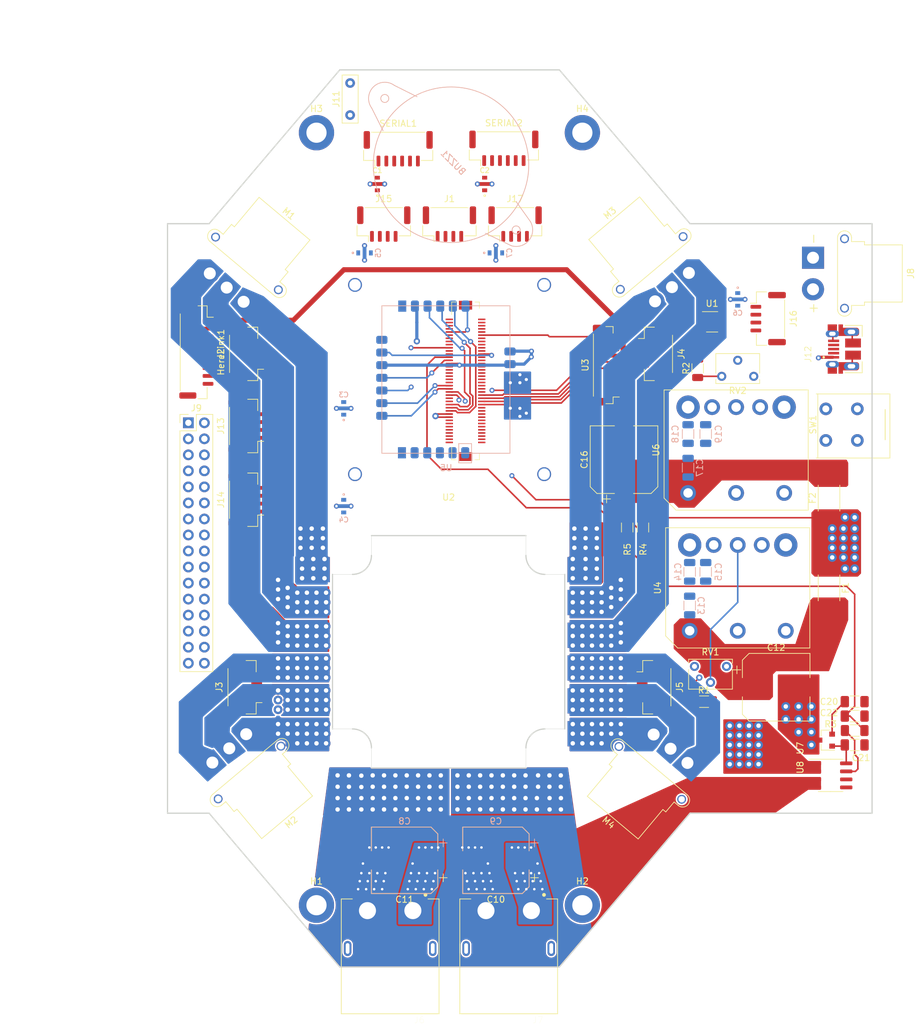
<source format=kicad_pcb>
(kicad_pcb (version 20240108) (generator "pcbnew") (generator_version "8.0")
  (layers (0 "F.Cu" signal) (1 "In1.Cu" signal) (2 "In2.Cu" signal) (31 "B.Cu" signal) (34 "B.Paste" user) (35 "F.Paste" user) (36 "B.SilkS" user "B.Silkscreen") (37 "F.SilkS" user "F.Silkscreen") (38 "B.Mask" user) (39 "F.Mask" user) (44 "Edge.Cuts" user))
  (net 0 "")
  (net 1 "GND")
  (net 2 "+BATT")
  (net 3 "5V3_Primary")
  (net 4 "5V3_secondary")
  (net 5 "BATT_AUX")
  (net 6 "+3V3")
  (net 7 "AUX_BATT_CURRENT_SENS")
  (net 8 "PPM-SBUS-secondary")
  (net 9 "PPM-SBUS-PROT")
  (net 10 "SERIAL2_RX")
  (net 11 "SERIAL2_TX")
  (net 12 "VDD_SERVO")
  (net 13 "CAN_1-")
  (net 14 "CAN_1+")
  (net 15 "Net-(C1-Pad3)")
  (net 16 "Net-(C2-Pad3)")
  (net 17 "CAN_2-")
  (net 18 "CAN_2+")
  (net 19 "Net-(C3-Pad3)")
  (net 20 "CAN_3-")
  (net 21 "CAN_3+")
  (net 22 "Net-(C4-Pad3)")
  (net 23 "VBUS")
  (net 24 "USB_D-")
  (net 25 "USB_D+")
  (net 26 "I2C_2_SCL")
  (net 27 "I2C_2_SDA")
  (net 28 "S.BUS_OUT")
  (net 29 "ADC_IN")
  (net 30 "FMU-CH6_PROT")
  (net 31 "FMU-CH5_PROT")
  (net 32 "FMU-CH4_PROT")
  (net 33 "FMU-CH3_PROT")
  (net 34 "FMU-CH2_PROT")
  (net 35 "FMU-CH1-PROT")
  (net 36 "IO-CH8-PROT")
  (net 37 "IO-CH7-PROT")
  (net 38 "IO-CH6-PROT")
  (net 39 "IO-CH5-PROT")
  (net 40 "IO-CH4-PROT")
  (net 41 "IO-CH3-PROT")
  (net 42 "IO-CH2-PROT")
  (net 43 "IO-CH1-PROT")
  (net 44 "LED_SERIAL_DRIVE")
  (net 45 "LED_SERIAL_AUX")
  (net 46 "/ESC_Landing/M1a")
  (net 47 "/ESC_Landing/M1b")
  (net 48 "/ESC_Landing/M1c")
  (net 49 "/ESC_Landing/M2a")
  (net 50 "/ESC_Landing/M2b")
  (net 51 "/ESC_Landing/M2c")
  (net 52 "/ESC_Landing/M3a")
  (net 53 "/ESC_Landing/M3b")
  (net 54 "/ESC_Landing/M3c")
  (net 55 "/ESC_Landing/M4a")
  (net 56 "/ESC_Landing/M4b")
  (net 57 "/ESC_Landing/M4c")
  (net 58 "Net-(R1-Pad1)")
  (net 59 "Net-(R3-Pad2)")
  (net 60 "BATT_VOLTAGE_SENS_PROT")
  (net 61 "SERIAL1_RTS")
  (net 62 "SERIAL1_CTS")
  (net 63 "SERIAL1_RX")
  (net 64 "SERIAL1_TX")
  (net 65 "Net-(C5-Pad3)")
  (net 66 "SERIAL2_RTS")
  (net 67 "SERIAL2_CTS")
  (net 68 "Net-(C6-Pad3)")
  (net 69 "STROBE")
  (net 70 "Net-(U1-Pad1)")
  (net 71 "SERIAL5_RX")
  (net 72 "BATT_CURRENT_SENS_PROT")
  (net 73 "Net-(U3-Pad3)")
  (net 74 "FMU-SWDIO")
  (net 75 "~{FMU-LED_AMBER}")
  (net 76 "FMU-SWCLK")
  (net 77 "~{EXTERN_CS}")
  (net 78 "FMU-~{RESET}")
  (net 79 "VDD_SERVO_IN")
  (net 80 "Net-(Pix1-Pad11)")
  (net 81 "SERIAL5_TX")
  (net 82 "SERIAL4_RX")
  (net 83 "SAFETY")
  (net 84 "SERIAL4_TX")
  (net 85 "VDD_3V3_SPECKTRUM_EN")
  (net 86 "SERAIL3_RX")
  (net 87 "SERIAL3_TX")
  (net 88 "AUX_BATT_VOLTAGE_SENS")
  (net 89 "ALARM")
  (net 90 "Net-(Pix1-Pad26)")
  (net 91 "~{VDD_5V_PERIPH_EN}")
  (net 92 "~{IO-LED_SAFETY_PROT}")
  (net 93 "I2C_1_SDA")
  (net 94 "I2C_1_SCL")
  (net 95 "~{VDD_5V_PERIPH_OC}")
  (net 96 "~{VDD_HIPOWER_OC}")
  (net 97 "IO-USART1_TX")
  (net 98 "IO_USART1_RX_(SPECTRUM_DSM)")
  (net 99 "Net-(Pix1-Pad51)")
  (net 100 "Net-(Pix1-Pad53)")
  (net 101 "~{VDD_BRICK_VALID}")
  (net 102 "~{VDD_BACKUP_VALID}")
  (net 103 "~{VBUS_VALID}")
  (net 104 "VDD_5V_IN_PROT")
  (net 105 "Net-(Pix1-Pad65)")
  (net 106 "Net-(Pix1-Pad67)")
  (net 107 "Net-(Pix1-Pad69)")
  (net 108 "Net-(Pix1-Pad71)")
  (net 109 "Net-(Pix1-Pad73)")
  (net 110 "Net-(Pix1-Pad75)")
  (net 111 "Net-(U5-Pad3)")
  (net 112 "Net-(U5-Pad2)")
  (net 113 "5V_PERIPH_PRIMARY")
  (net 114 "5V_PERIPH_SECONDARY")
  (net 115 "3V3_Spectrum")
  (net 116 "BUZZER")
  (net 117 "Net-(C12-Pad1)")
  (net 118 "Net-(C16-Pad1)")
  (net 119 "Net-(R2-Pad1)")
  (net 120 "Net-(RV1-Pad3)")
  (net 121 "Net-(RV1-Pad2)")
  (net 122 "Net-(RV2-Pad3)")
  (net 123 "Net-(RV2-Pad2)")
  (net 124 "Net-(U8-Pad6)")
  (net 125 "Net-(U4-Pad5)")
  (net 126 "Net-(U6-Pad5)")
  (net 127 "Net-(C7-Pad3)")
  (net 128 "Net-(C3-Pad1)")
  (net 129 "Net-(J2-Pad3)")
  (net 130 "Net-(J3-Pad3)")
  (net 131 "Net-(J4-Pad3)")
  (net 132 "Net-(J12-Pad4)")
  (footprint "Capacitor_SMD:CP_Elec_10x10" (layer "F.Cu") (at 167.386 145.542 180)
    (property "Reference" "C10")
    (property "Value" "330UF 20% 35V SMD")
  )
  (footprint "Capacitor_SMD:CP_Elec_10x10" (layer "F.Cu") (at 152.908 145.542 180)
    (property "Reference" "C11")
    (property "Value" "330UF 20% 35V SMD")
  )
  (footprint "MountingHole:MountingHole_3.2mm_M3_DIN965_Pad" (layer "F.Cu") (at 181.102 30.226)
    (property "Reference" "H4")
    (property "Value" "MountingHole")
  )
  (footprint "MountingHole:MountingHole_3.2mm_M3_DIN965_Pad" (layer "F.Cu") (at 181.102 152.654)
    (property "Reference" "H2")
    (property "Value" "MountingHole")
  )
  (footprint "MountingHole:MountingHole_3.2mm_M3_DIN965_Pad" (layer "F.Cu") (at 138.938 152.654)
    (property "Reference" "H1")
    (property "Value" "MountingHole")
  )
  (footprint "MountingHole:MountingHole_3.2mm_M3_DIN965_Pad" (layer "F.Cu") (at 138.938 30.226)
    (property "Reference" "H3")
    (property "Value" "MountingHole")
  )
  (footprint "Connector_JST:JST_SH_BM10B-SRSS-TB_1x10-1MP_P1.00mm_Vertical" (layer "F.Cu") (at 184.8624 67.0568 90)
    (property "Reference" "U3")
    (property "Value" "BM10B-SRSS-TB")
  )
  (footprint "SAM4_Mainboard:T-motor_55A_ESC" (layer "F.Cu") (at 159.893 112.522)
    (property "Reference" "U2")
    (property "Value" "T-motor_F55A_PROII")
  )
  (footprint "SAM4_Mainboard:CUBE_FOOTPRINT" (layer "F.Cu") (at 160.0474 69.3428 90)
    (property "Reference" "Pix1" (hide yes))
    (property "Value" "pixhawk_cube" (hide yes))
  )
  (footprint "Capacitor_SMD:CP_Elec_10x10.5" (layer "F.Cu") (at 211.836 118.11)
    (property "Reference" "C12")
    (property "Value" "100uF")
  )
  (footprint "Capacitor_SMD:CP_Elec_10x10.5" (layer "F.Cu") (at 187.706 82.042 90)
    (property "Reference" "C16")
    (property "Value" "100uF")
  )
  (footprint "SAM4_Mainboard:Fuse_2512_6332Metric_Pad1.52x3.35mm_HandSolder" (layer "F.Cu") (at 220.218 102.362 -90)
    (property "Reference" "F1")
    (property "Value" "10A")
  )
  (footprint "SAM4_Mainboard:Fuse_2512_6332Metric_Pad1.52x3.35mm_HandSolder" (layer "F.Cu") (at 220.218 88.138 90)
    (property "Reference" "F2")
    (property "Value" "10A")
  )
  (footprint "Resistor_SMD:R_1206_3216Metric" (layer "F.Cu") (at 200.406 120.396)
    (property "Reference" "R1")
    (property "Value" "8k")
  )
  (footprint "Potentiometer_THT:Potentiometer_Bourns_3266W_Vertical" (layer "F.Cu") (at 203.962 114.808)
    (property "Reference" "RV1")
    (property "Value" "1K")
  )
  (footprint "Potentiometer_THT:Potentiometer_Bourns_3266W_Vertical" (layer "F.Cu") (at 203.2 68.834 180)
    (property "Reference" "RV2")
    (property "Value" "1K")
  )
  (footprint "SAM4_Mainboard:1_32nd_Brick_8pin" (layer "F.Cu") (at 205.74 102.362 90)
    (property "Reference" "U4")
    (property "Value" "i3A4W005A150V")
  )
  (footprint "SAM4_Mainboard:1_32nd_Brick_8pin" (layer "F.Cu") (at 205.486 80.518 90)
    (property "Reference" "U6")
    (property "Value" "i3A4W005A150V")
  )
  (footprint "Capacitor_SMD:C_1206_3216Metric_Pad1.33x1.80mm_HandSolder" (layer "F.Cu") (at 224.282 127.254)
    (property "Reference" "C21")
    (property "Value" "0.1uF")
  )
  (footprint "Capacitor_SMD:C_1206_3216Metric_Pad1.33x1.80mm_HandSolder" (layer "F.Cu") (at 224.282 120.396)
    (property "Reference" "C20")
    (property "Value" "0.1uF")
  )
  (footprint "Capacitor_SMD:C_1206_3216Metric_Pad1.33x1.80mm_HandSolder" (layer "F.Cu") (at 224.282 122.682)
    (property "Reference" "C22")
    (property "Value" "0.1uF")
  )
  (footprint "Resistor_SMD:R_1206_3216Metric_Pad1.30x1.75mm_HandSolder" (layer "F.Cu") (at 224.282 124.968 180)
    (property "Reference" "R3")
    (property "Value" "8.2k")
  )
  (footprint "Resistor_SMD:R_1206_3216Metric_Pad1.30x1.75mm_HandSolder" (layer "F.Cu") (at 190.7088 92.7934 -90)
    (property "Reference" "R4")
    (property "Value" "8.2k")
  )
  (footprint "Resistor_SMD:R_1206_3216Metric_Pad1.30x1.75mm_HandSolder" (layer "F.Cu") (at 188.214 92.7934 -90)
    (property "Reference" "R5")
    (property "Value" "1k")
  )
  (footprint "Package_TO_SOT_SMD:SOT-23" (layer "F.Cu") (at 219.71 126.492 180)
    (property "Reference" "U7")
    (property "Value" "LM3480-3.3")
  )
  (footprint "Package_SO:SOIC-8_3.9x4.9mm_P1.27mm" (layer "F.Cu") (at 220.472 132.08)
    (property "Reference" "U8")
    (property "Value" "ACS71240LLCBTR-030B3")
  )
  (footprint "SAM4_Mainboard:AMASS_MR30PW-FB_1x03_P3.50mm_Horizontal" (layer "F.Cu") (at 127.381 57.023 -40)
    (property "Reference" "M1")
    (property "Value" "MR30PW-FB")
  )
  (footprint "SAM4_Mainboard:AMASS_MR30PW-FB_1x03_P3.50mm_Horizontal" (layer "F.Cu") (at 122.428 130.048 -140)
    (property "Reference" "M2")
    (property "Value" "MR30PW-FB")
  )
  (footprint "SAM4_Mainboard:AMASS_MR30PW-FB_1x03_P3.50mm_Horizontal" (layer "F.Cu") (at 197.993 52.451 40)
    (property "Reference" "M3")
    (property "Value" "MR30PW-FB")
  )
  (footprint "SAM4_Mainboard:AMASS_MR30PW-FB_1x03_P3.50mm_Horizontal" (layer "F.Cu") (at 192.405 125.603 140)
    (property "Reference" "M4")
    (property "Value" "MR30PW-FB")
  )
  (footprint "SAM4_Mainboard:FIL_NFM21HC224R1A3D" (layer "F.Cu") (at 148.59 38.354 90)
    (property "Reference" "C1")
    (property "Value" "EMI_Filter_C")
  )
  (footprint "SAM4_Mainboard:FIL_NFM21HC224R1A3D" (layer "F.Cu") (at 165.608 38.354 90)
    (property "Reference" "C2")
    (property "Value" "EMI_Filter_C")
  )
  (footprint "Connector_JST:JST_GH_SM09B-GHS-TB_1x09-1MP_P1.25mm_Horizontal" (layer "F.Cu") (at 119.888 65.024 -90)
    (property "Reference" "HereLink1")
    (property "Value" "Conn_01x09_Female")
  )
  (footprint "Connector_JST:JST_GH_BM04B-GHS-TBT_1x04-1MP_P1.25mm_Vertical" (layer "F.Cu") (at 160.02 44.704)
    (property "Reference" "J1")
    (property "Value" "Conn_01x04_Female")
  )
  (footprint "Connector_JST:JST_GH_BM04B-GHS-TBT_1x04-1MP_P1.25mm_Vertical" (layer "F.Cu") (at 127.762 65.278 90)
    (property "Reference" "J2")
    (property "Value" "Conn_01x04_Female")
  )
  (footprint "Connector_JST:JST_GH_BM04B-GHS-TBT_1x04-1MP_P1.25mm_Vertical" (layer "F.Cu") (at 127.508 118.11 90)
    (property "Reference" "J3")
    (property "Value" "Conn_01x04_Female")
  )
  (footprint "Connector_JST:JST_GH_BM04B-GHS-TBT_1x04-1MP_P1.25mm_Vertical" (layer "F.Cu") (at 192.786 65.278 -90)
    (property "Reference" "J4")
    (property "Value" "Conn_01x04_Female")
  )
  (footprint "Connector_JST:JST_GH_BM04B-GHS-TBT_1x04-1MP_P1.25mm_Vertical" (layer "F.Cu") (at 192.532 118.11 -90)
    (property "Reference" "J5")
    (property "Value" "Conn_01x04_Female")
  )
  (footprint "SAM4_Mainboard:AMASS_XT60PW-M" (layer "F.Cu") (at 150.622 159.512 180)
    (property "Reference" "J6")
    (property "Value" "XT60PW-M")
  )
  (footprint "SAM4_Mainboard:AMASS_XT60PW-M" (layer "F.Cu") (at 169.418 159.512 180)
    (property "Reference" "J7")
    (property "Value" "XT60PW-M")
  )
  (footprint "SAM4_Mainboard:AMASS_XT30PW-F_1x02_P2.50mm_Horizontal" (layer "F.Cu") (at 217.678 50.038 -90)
    (property "Reference" "J8")
    (property "Value" "XT30PW-F")
  )
  (footprint "Connector_PinHeader_2.54mm:PinHeader_2x16_P2.54mm_Vertical" (layer "F.Cu") (at 118.618 76.2)
    (property "Reference" "J9")
    (property "Value" "Conn_02x16_Odd_Even")
  )
  (footprint "SAM4_Mainboard:BUZZ_CONN" (layer "F.Cu") (at 144.272 24.892 -90)
    (property "Reference" "J11")
    (property "Value" "Conn_01x02_Female")
  )
  (footprint "SAM4_Mainboard:AMPHENOL_10103594-0001LF" (layer "F.Cu") (at 223.774 64.516 90)
    (property "Reference" "J12")
    (property "Value" "10103594-0001LF")
  )
  (footprint "Connector_JST:JST_GH_BM04B-GHS-TBT_1x04-1MP_P1.25mm_Vertical" (layer "F.Cu") (at 127.762 76.708 90)
    (property "Reference" "J13")
    (property "Value" "Conn_01x04_Female")
  )
  (footprint "Connector_JST:JST_GH_BM04B-GHS-TBT_1x04-1MP_P1.25mm_Vertical" (layer "F.Cu") (at 127.762 88.392 90)
    (property "Reference" "J14")
    (property "Value" "Conn_01x04_Female")
  )
  (footprint "Connector_JST:JST_GH_BM04B-GHS-TBT_1x04-1MP_P1.25mm_Vertical" (layer "F.Cu") (at 149.606 44.704)
    (property "Reference" "J15")
    (property "Value" "Conn_01x04_Female")
  )
  (footprint "Connector_JST:JST_GH_BM04B-GHS-TBT_1x04-1MP_P1.25mm_Vertical" (layer "F.Cu") (at 210.566 59.69 -90)
    (property "Reference" "J16")
    (property "Value" "Conn_01x04_Female")
  )
  (footprint "Connector_JST:JST_GH_BM04B-GHS-TBT_1x04-1MP_P1.25mm_Vertical" (layer "F.Cu") (at 170.434 44.704)
    (property "Reference" "J17")
    (property "Value" "Conn_01x04_Female")
  )
  (footprint "Connector_JST:JST_GH_BM06B-GHS-TBT_1x06-1MP_P1.25mm_Vertical" (layer "F.Cu") (at 151.892 32.766)
    (property "Reference" "SERIAL1")
    (property "Value" "Conn_01x06_Female")
  )
  (footprint "Connector_JST:JST_GH_BM06B-GHS-TBT_1x06-1MP_P1.25mm_Vertical" (layer "F.Cu") (at 168.656 32.69153)
    (property "Reference" "SERIAL2")
    (property "Value" "Conn_01x06_Female")
  )
  (footprint "SAM4_Mainboard:Slide-Switch_5x5" (layer "F.Cu") (at 219.71 78.994 90)
    (property "Reference" "SW1")
    (property "Value" "SW_SPST")
  )
  (footprint "Package_TO_SOT_SMD:SOT-23-5" (layer "F.Cu") (at 201.676 60.198)
    (property "Reference" "U1")
    (property "Value" "SN74LV1T34DBV")
  )
  (footprint "Resistor_SMD:R_1206_3216Metric" (layer "F.Cu") (at 199.39 67.564 90)
    (property "Reference" "R2")
    (property "Value" "8k")
  )
  (footprint "Capacitor_SMD:CP_Elec_10x10" (layer "B.Cu") (at 152.908 145.542 180)
    (property "Reference" "C8")
    (property "Value" "330UF 20% 35V SMD")
  )
  (footprint "Capacitor_SMD:CP_Elec_10x10" (layer "B.Cu") (at 167.386 145.542 180)
    (property "Reference" "C9")
    (property "Value" "330UF 20% 35V SMD")
  )
  (footprint "SAM4_Mainboard:CUBE_PSM" (layer "B.Cu") (at 159.4624 69.3428 90)
    (property "Reference" "U5")
    (property "Value" "Cube_PSM")
  )
  (footprint "Capacitor_SMD:C_1206_3216Metric" (layer "B.Cu") (at 198.12 105.156 90)
    (property "Reference" "C13")
    (property "Value" "22uF")
  )
  (footprint "Capacitor_SMD:C_1206_3216Metric" (layer "B.Cu") (at 198.12 99.822 -90)
    (property "Reference" "C14")
    (property "Value" "0.1uF")
  )
  (footprint "Capacitor_SMD:C_1206_3216Metric" (layer "B.Cu") (at 200.66 99.822 -90)
    (property "Reference" "C15")
    (property "Value" "22uF")
  )
  (footprint "Capacitor_SMD:C_1206_3216Metric" (layer "B.Cu") (at 197.866 83.312 90)
    (property "Reference" "C17")
    (property "Value" "22uF")
  )
  (footprint "Capacitor_SMD:C_1206_3216Metric" (layer "B.Cu") (at 197.866 77.978 -90)
    (property "Reference" "C18")
    (property "Value" "0.1uF")
  )
  (footprint "Capacitor_SMD:C_1206_3216Metric" (layer "B.Cu") (at 200.66 77.978 -90)
    (property "Reference" "C19")
    (property "Value" "22uF")
  )
  (footprint "SAM4_Mainboard:BUZZER" (layer "B.Cu") (at 160.274 35.306 -45)
    (property "Reference" "BUZZ1")
    (property "Value" "Buzzer")
  )
  (footprint "SAM4_Mainboard:FIL_NFM21HC224R1A3D" (layer "B.Cu") (at 143.256 73.914 90)
    (property "Reference" "C3")
    (property "Value" "EMI_Filter_C")
  )
  (footprint "SAM4_Mainboard:FIL_NFM21HC224R1A3D" (layer "B.Cu") (at 143.256 89.408 -90)
    (property "Reference" "C4")
    (property "Value" "EMI_Filter_C")
  )
  (footprint "SAM4_Mainboard:FIL_NFM21HC224R1A3D" (layer "B.Cu") (at 146.558 49.276)
    (property "Reference" "C5")
    (property "Value" "EMI_Filter_C")
  )
  (footprint "SAM4_Mainboard:FIL_NFM21HC224R1A3D" (layer "B.Cu") (at 205.74 56.642 -90)
    (property "Reference" "C6")
    (property "Value" "EMI_Filter_C")
  )
  (footprint "SAM4_Mainboard:FIL_NFM21HC224R1A3D" (layer "B.Cu") (at 167.386 49.276)
    (property "Reference" "C7")
    (property "Value" "EMI_Filter_C")
  )
  (gr_line (start 121.907402 138.0716) (end 115.316 138.0716) (stroke (width 0.2)) (layer "Edge.Cuts"))
  (gr_line (start 177.453415 20.266248) (end 198.178598 44.647938) (stroke (width 0.2)) (layer "Edge.Cuts"))
  (gr_line (start 142.632585 162.45329) (end 177.453415 162.45329) (stroke (width 0.2)) (layer "Edge.Cuts"))
  (gr_line (start 115.316 44.647938) (end 121.907402 44.647938) (stroke (width 0.2)) (layer "Edge.Cuts"))
  (gr_line (start 142.632585 20.266248) (end 121.907402 44.647938) (stroke (width 0.2)) (layer "Edge.Cuts"))
  (gr_line (start 115.316 138.0716) (end 115.316 44.647938) (stroke (width 0.2)) (layer "Edge.Cuts"))
  (gr_line (start 177.453415 20.266248) (end 142.632585 20.266248) (stroke (width 0.2)) (layer "Edge.Cuts"))
  (gr_line (start 227.043 138.0716) (end 227.043 44.647938) (stroke (width 0.2)) (layer "Edge.Cuts"))
  (gr_line (start 177.453415 162.45329) (end 198.178598 138.0716) (stroke (width 0.2)) (layer "Edge.Cuts"))
  (gr_line (start 227.043 44.647938) (end 198.178598 44.647938) (stroke (width 0.2)) (layer "Edge.Cuts"))
  (gr_arc (start 172.153 127.721604) (mid 173.03168 125.600284) (end 175.153 124.721604) (stroke (width 0.2)) (layer "Edge.Cuts"))
  (gr_line (start 178.308 124.721604) (end 178.308 100.221604) (stroke (width 0.2)) (layer "Edge.Cuts"))
  (gr_line (start 175.153 124.721604) (end 178.308 124.721604) (stroke (width 0.05)) (layer "Edge.Cuts"))
  (gr_line (start 147.653 130.9116) (end 172.153 130.9116) (stroke (width 0.2)) (layer "Edge.Cuts"))
  (gr_line (start 121.907402 138.0716) (end 142.632585 162.45329) (stroke (width 0.2)) (layer "Edge.Cuts"))
  (gr_line (start 144.653 100.221604) (end 141.478 100.221604) (stroke (width 0.05)) (layer "Edge.Cuts"))
  (gr_line (start 147.653 97.221604) (end 147.653 94.0816) (stroke (width 0.05)) (layer "Edge.Cuts"))
  (gr_line (start 147.653 94.0816) (end 172.153 94.0816) (stroke (width 0.2)) (layer "Edge.Cuts"))
  (gr_line (start 172.153 97.221604) (end 172.153 94.0816) (stroke (width 0.05)) (layer "Edge.Cuts"))
  (gr_arc (start 175.153 100.221604) (mid 173.03168 99.342924) (end 172.153 97.221604) (stroke (width 0.2)) (layer "Edge.Cuts"))
  (gr_line (start 178.308 100.221604) (end 175.153 100.221604) (stroke (width 0.05)) (layer "Edge.Cuts"))
  (gr_line (start 147.653 127.721604) (end 147.653 130.9116) (stroke (width 0.05)) (layer "Edge.Cuts"))
  (gr_arc (start 147.653 97.221604) (mid 146.77432 99.342924) (end 144.653 100.221604) (stroke (width 0.2)) (layer "Edge.Cuts"))
  (gr_line (start 141.478 124.721604) (end 141.478 100.221604) (stroke (width 0.2)) (layer "Edge.Cuts"))
  (gr_line (start 172.153 127.721604) (end 172.153 130.9116) (stroke (width 0.05)) (layer "Edge.Cuts"))
  (gr_arc (start 144.653 124.721604) (mid 146.77432 125.600284) (end 147.653 127.721604) (stroke (width 0.2)) (layer "Edge.Cuts"))
  (gr_line (start 144.653 124.721604) (end 141.478 124.721604) (stroke (width 0.05)) (layer "Edge.Cuts"))
  (gr_line (start 198.178598 138.0716) (end 227.043 138.0716) (stroke (width 0.2)) (layer "Edge.Cuts"))
  (segment (start 223.901 62.041) (end 223.651 61.791) (width 0.25) (layer "F.Cu") (net 1))
  (segment (start 220.826 62.296) (end 220.621 62.091) (width 0.25) (layer "F.Cu") (net 1))
  (segment (start 223.901 63.5535) (end 223.901 62.041) (width 0.25) (layer "F.Cu") (net 1))
  (segment (start 223.901 66.991) (end 223.651 67.241) (width 0.25) (layer "F.Cu") (net 1))
  (segment (start 220.826 63.216) (end 220.826 62.296) (width 0.25) (layer "F.Cu") (net 1))
  (segment (start 223.901 65.4785) (end 223.901 66.991) (width 0.25) (layer "F.Cu") (net 1))
  (via (at 146.304 146.05) (size 0.8) (drill 0.4) (layers "F.Cu" "B.Cu") (net 1))
  (via (at 165.1 143.51) (size 0.8) (drill 0.4) (layers "F.Cu" "B.Cu") (net 1))
  (via (at 163.83 147.574) (size 0.8) (drill 0.4) (layers "F.Cu" "B.Cu") (net 1))
  (via (at 164.084 148.844) (size 0.8) (drill 0.4) (layers "F.Cu" "B.Cu") (net 1))
  (via (at 166.37 147.574) (size 0.8) (drill 0.4) (layers "F.Cu" "B.Cu") (net 1))
  (via (at 165.354 148.844) (size 0.8) (drill 0.4) (layers "F.Cu" "B.Cu") (net 1))
  (via (at 165.1 147.574) (size 0.8) (drill 0.4) (layers "F.Cu" "B.Cu") (net 1))
  (via (at 164.084 143.51) (size 0.8) (drill 0.4) (layers "F.Cu" "B.Cu") (net 1))
  (via (at 163.068 150.114) (size 0.8) (drill 0.4) (layers "F.Cu" "B.Cu") (net 1))
  (via (at 165.608 150.114) (size 0.8) (drill 0.4) (layers "F.Cu" "B.Cu") (net 1))
  (via (at 166.624 148.844) (size 0.8) (drill 0.4) (layers "F.Cu" "B.Cu") (net 1))
  (via (at 166.116 146.05) (size 0.8) (drill 0.4) (layers "F.Cu" "B.Cu") (net 1))
  (via (at 163.068 143.51) (size 0.8) (drill 0.4) (layers "F.Cu" "B.Cu") (net 1))
  (via (at 162.56 147.574) (size 0.8) (drill 0.4) (layers "F.Cu" "B.Cu") (net 1))
  (via (at 162.814 148.844) (size 0.8) (drill 0.4) (layers "F.Cu" "B.Cu") (net 1))
  (via (at 164.338 150.114) (size 0.8) (drill 0.4) (layers "F.Cu" "B.Cu") (net 1))
  (via (at 166.878 150.114) (size 0.8) (drill 0.4) (layers "F.Cu" "B.Cu") (net 1))
  (via (at 162.052 143.51) (size 0.8) (drill 0.4) (layers "F.Cu" "B.Cu") (net 1))
  (via (at 148.336 143.51) (size 0.8) (drill 0.4) (layers "F.Cu" "B.Cu") (net 1))
  (via (at 149.86 147.574) (size 0.8) (drill 0.4) (layers "F.Cu" "B.Cu") (net 1))
  (via (at 146.812 150.114) (size 0.8) (drill 0.4) (layers "F.Cu" "B.Cu") (net 1))
  (via (at 148.336 148.844) (size 0.8) (drill 0.4) (layers "F.Cu" "B.Cu") (net 1))
  (via (at 147.32 143.51) (size 0.8) (drill 0.4) (layers "F.Cu" "B.Cu") (net 1))
  (via (at 145.542 150.114) (size 0.8) (drill 0.4) (layers "F.Cu" "B.Cu") (net 1))
  (via (at 149.606 148.844) (size 0.8) (drill 0.4) (layers "F.Cu" "B.Cu") (net 1))
  (via (at 146.05 147.574) (size 0.8) (drill 0.4) (layers "F.Cu" "B.Cu") (net 1))
  (via (at 148.59 147.574) (size 0.8) (drill 0.4) (layers "F.Cu" "B.Cu") (net 1))
  (via (at 145.796 148.844) (size 0.8) (drill 0.4) (layers "F.Cu" "B.Cu") (net 1))
  (via (at 147.32 147.574) (size 0.8) (drill 0.4) (layers "F.Cu" "B.Cu") (net 1))
  (via (at 150.368 143.51) (size 0.8) (drill 0.4) (layers "F.Cu" "B.Cu") (net 1))
  (via (at 149.352 150.114) (size 0.8) (drill 0.4) (layers "F.Cu" "B.Cu") (net 1))
  (via (at 148.082 150.114) (size 0.8) (drill 0.4) (layers "F.Cu" "B.Cu") (net 1))
  (via (at 149.352 143.51) (size 0.8) (drill 0.4) (layers "F.Cu" "B.Cu") (net 1))
  (via (at 147.066 148.844) (size 0.8) (drill 0.4) (layers "F.Cu" "B.Cu") (net 1))
  (via (at 155.05 132.08) (size 1.4) (drill 0.7) (layers "F.Cu" "B.Cu") (net 1))
  (via (at 147.85 132.08) (size 1.4) (drill 0.7) (layers "F.Cu" "B.Cu") (net 1))
  (via (at 158.65 137.48) (size 1.4) (drill 0.7) (layers "F.Cu" "B.Cu") (net 1))
  (via (at 158.65 135.68) (size 1.4) (drill 0.7) (layers "F.Cu" "B.Cu") (net 1))
  (via (at 155.05 137.48) (size 1.4) (drill 0.7) (layers "F.Cu" "B.Cu") (net 1))
  (via (at 151.45 137.48) (size 1.4) (drill 0.7) (layers "F.Cu" "B.Cu") (net 1))
  (via (at 149.65 137.48) (size 1.4) (drill 0.7) (layers "F.Cu" "B.Cu") (net 1))
  (via (at 149.65 132.08) (size 1.4) (drill 0.7) (layers "F.Cu" "B.Cu") (net 1))
  (via (at 151.45 133.88) (size 1.4) (drill 0.7) (layers "F.Cu" "B.Cu") (net 1))
  (via (at 153.25 135.68) (size 1.4) (drill 0.7) (layers "F.Cu" "B.Cu") (net 1))
  (via (at 147.85 135.68) (size 1.4) (drill 0.7) (layers "F.Cu" "B.Cu") (net 1))
  (via (at 153.25 137.48) (size 1.4) (drill 0.7) (layers "F.Cu" "B.Cu") (net 1))
  (via (at 155.05 133.88) (size 1.4) (drill 0.7) (layers "F.Cu" "B.Cu") (net 1))
  (via (at 149.65 133.88) (size 1.4) (drill 0.7) (layers "F.Cu" "B.Cu") (net 1))
  (via (at 156.85 135.68) (size 1.4) (drill 0.7) (layers "F.Cu" "B.Cu") (net 1))
  (via (at 149.65 135.68) (size 1.4) (drill 0.7) (layers "F.Cu" "B.Cu") (net 1))
  (via (at 153.25 133.88) (size 1.4) (drill 0.7) (layers "F.Cu" "B.Cu") (net 1))
  (via (at 158.65 133.88) (size 1.4) (drill 0.7) (layers "F.Cu" "B.Cu") (net 1))
  (via (at 156.85 133.88) (size 1.4) (drill 0.7) (layers "F.Cu" "B.Cu") (net 1))
  (via (at 158.65 132.08) (size 1.4) (drill 0.7) (layers "F.Cu" "B.Cu") (net 1))
  (via (at 147.85 137.48) (size 1.4) (drill 0.7) (layers "F.Cu" "B.Cu") (net 1))
  (via (at 156.85 132.08) (size 1.4) (drill 0.7) (layers "F.Cu" "B.Cu") (net 1))
  (via (at 151.45 132.08) (size 1.4) (drill 0.7) (layers "F.Cu" "B.Cu") (net 1))
  (via (at 155.05 135.68) (size 1.4) (drill 0.7) (layers "F.Cu" "B.Cu") (net 1))
  (via (at 147.85 133.88) (size 1.4) (drill 0.7) (layers "F.Cu" "B.Cu") (net 1))
  (via (at 153.25 132.08) (size 1.4) (drill 0.7) (layers "F.Cu" "B.Cu") (net 1))
  (via (at 156.85 137.48) (size 1.4) (drill 0.7) (layers "F.Cu" "B.Cu") (net 1))
  (via (at 146.05 137.48) (size 1.4) (drill 0.7) (layers "F.Cu" "B.Cu") (net 1))
  (via (at 151.45 135.68) (size 1.4) (drill 0.7) (layers "F.Cu" "B.Cu") (net 1))
  (via (at 146.05 135.68) (size 1.4) (drill 0.7) (layers "F.Cu" "B.Cu") (net 1))
  (via (at 146.05 132.124) (size 1.4) (drill 0.7) (layers "F.Cu" "B.Cu") (net 1))
  (via (at 144.084 135.68) (size 1.4) (drill 0.7) (layers "F.Cu" "B.Cu") (net 1))
  (via (at 146.05 133.924) (size 1.4) (drill 0.7) (layers "F.Cu" "B.Cu") (net 1))
  (via (at 144.084 132.08) (size 1.4) (drill 0.7) (layers "F.Cu" "B.Cu") (net 1))
  (via (at 142.284 135.68) (size 1.4) (drill 0.7) (layers "F.Cu" "B.Cu") (net 1))
  (via (at 142.284 133.88) (size 1.4) (drill 0.7) (layers "F.Cu" "B.Cu") (net 1))
  (via (at 144.084 133.88) (size 1.4) (drill 0.7) (layers "F.Cu" "B.Cu") (net 1))
  (via (at 142.284 132.08) (size 1.4) (drill 0.7) (layers "F.Cu" "B.Cu") (net 1))
  (via (at 142.284 137.48) (size 1.4) (drill 0.7) (layers "F.Cu" "B.Cu") (net 1))
  (via (at 144.084 137.48) (size 1.4) (drill 0.7) (layers "F.Cu" "B.Cu") (net 1))
  (via (at 217.424 123.19) (size 1.4) (drill 0.7) (layers "F.Cu" "B.Cu") (net 1))
  (via (at 213.36 123.19) (size 1.4) (drill 0.7) (layers "F.Cu" "B.Cu") (net 1))
  (via (at 217.424 121.158) (size 1.4) (drill 0.7) (layers "F.Cu" "B.Cu") (net 1))
  (via (at 217.424 125.222) (size 1.4) (drill 0.7) (layers "F.Cu" "B.Cu") (net 1))
  (via (at 215.392 121.158) (size 1.4) (drill 0.7) (layers "F.Cu" "B.Cu") (net 1))
  (via (at 217.424 127.254) (size 1.4) (drill 0.7) (layers "F.Cu" "B.Cu") (net 1))
  (via (at 215.392 125.222) (size 1.4) (drill 0.7) (layers "F.Cu" "B.Cu") (net 1))
  (via (at 213.36 121.158) (size 1.4) (drill 0.7) (layers "F.Cu" "B.Cu") (net 1))
  (via (at 215.392 123.19) (size 1.4) (drill 0.7) (layers "F.Cu" "B.Cu") (net 1))
  (via (at 157.226 150.114) (size 0.8) (drill 0.4) (layers "F.Cu" "B.Cu") (net 2))
  (via (at 154.686 150.114) (size 0.8) (drill 0.4) (layers "F.Cu" "B.Cu") (net 2))
  (via (at 157.48 148.844) (size 0.8) (drill 0.4) (layers "F.Cu" "B.Cu") (net 2))
  (via (at 154.94 148.844) (size 0.8) (drill 0.4) (layers "F.Cu" "B.Cu") (net 2))
  (via (at 153.924 147.574) (size 0.8) (drill 0.4) (layers "F.Cu" "B.Cu") (net 2))
  (via (at 153.67 148.844) (size 0.8) (drill 0.4) (layers "F.Cu" "B.Cu") (net 2))
  (via (at 155.194 147.574) (size 0.8) (drill 0.4) (layers "F.Cu" "B.Cu") (net 2))
  (via (at 156.464 147.574) (size 0.8) (drill 0.4) (layers "F.Cu" "B.Cu") (net 2))
  (via (at 157.226 143.51) (size 0.8) (drill 0.4) (layers "F.Cu" "B.Cu") (net 2))
  (via (at 155.956 150.114) (size 0.8) (drill 0.4) (layers "F.Cu" "B.Cu") (net 2))
  (via (at 174.498 148.844) (size 0.8) (drill 0.4) (layers "F.Cu" "B.Cu") (net 2))
  (via (at 154.178 146.05) (size 0.8) (drill 0.4) (layers "F.Cu" "B.Cu") (net 2))
  (via (at 156.21 148.844) (size 0.8) (drill 0.4) (layers "F.Cu" "B.Cu") (net 2))
  (via (at 173.99 146.05) (size 0.8) (drill 0.4) (layers "F.Cu" "B.Cu") (net 2))
  (via (at 170.942 143.51) (size 0.8) (drill 0.4) (layers "F.Cu" "B.Cu") (net 2))
  (via (at 170.434 147.574) (size 0.8) (drill 0.4) (layers "F.Cu" "B.Cu") (net 2))
  (via (at 153.416 150.114) (size 0.8) (drill 0.4) (layers "F.Cu" "B.Cu") (net 2))
  (via (at 158.242 143.51) (size 0.8) (drill 0.4) (layers "F.Cu" "B.Cu") (net 2))
  (via (at 170.688 148.844) (size 0.8) (drill 0.4) (layers "F.Cu" "B.Cu") (net 2))
  (via (at 157.734 147.574) (size 0.8) (drill 0.4) (layers "F.Cu" "B.Cu") (net 2))
  (via (at 155.194 143.51) (size 0.8) (drill 0.4) (layers "F.Cu" "B.Cu") (net 2))
  (via (at 172.212 150.114) (size 0.8) (drill 0.4) (layers "F.Cu" "B.Cu") (net 2))
  (via (at 174.752 150.114) (size 0.8) (drill 0.4) (layers "F.Cu" "B.Cu") (net 2))
  (via (at 169.926 143.51) (size 0.8) (drill 0.4) (layers "F.Cu" "B.Cu") (net 2))
  (via (at 156.21 143.51) (size 0.8) (drill 0.4) (layers "F.Cu" "B.Cu") (net 2))
  (via (at 173.482 150.114) (size 0.8) (drill 0.4) (layers "F.Cu" "B.Cu") (net 2))
  (via (at 172.974 143.51) (size 0.8) (drill 0.4) (layers "F.Cu" "B.Cu") (net 2))
  (via (at 173.228 148.844) (size 0.8) (drill 0.4) (layers "F.Cu" "B.Cu") (net 2))
  (via (at 172.974 147.574) (size 0.8) (drill 0.4) (layers "F.Cu" "B.Cu") (net 2))
  (via (at 171.704 147.574) (size 0.8) (drill 0.4) (layers "F.Cu" "B.Cu") (net 2))
  (via (at 170.942 150.114) (size 0.8) (drill 0.4) (layers "F.Cu" "B.Cu") (net 2))
  (via (at 171.958 143.51) (size 0.8) (drill 0.4) (layers "F.Cu" "B.Cu") (net 2))
  (via (at 171.958 148.844) (size 0.8) (drill 0.4) (layers "F.Cu" "B.Cu") (net 2))
  (via (at 174.244 147.574) (size 0.8) (drill 0.4) (layers "F.Cu" "B.Cu") (net 2))
  (via (at 161.29 137.48) (size 1.4) (drill 0.7) (layers "F.Cu" "B.Cu") (net 2))
  (via (at 173.89 135.68) (size 1.4) (drill 0.7) (layers "F.Cu" "B.Cu") (net 2))
  (via (at 172.09 137.48) (size 1.4) (drill 0.7) (layers "F.Cu" "B.Cu") (net 2))
  (via (at 170.29 135.68) (size 1.4) (drill 0.7) (layers "F.Cu" "B.Cu") (net 2))
  (via (at 168.49 135.68) (size 1.4) (drill 0.7) (layers "F.Cu" "B.Cu") (net 2))
  (via (at 166.69 137.48) (size 1.4) (drill 0.7) (layers "F.Cu" "B.Cu") (net 2))
  (via (at 173.89 137.48) (size 1.4) (drill 0.7) (layers "F.Cu" "B.Cu") (net 2))
  (via (at 168.49 137.48) (size 1.4) (drill 0.7) (layers "F.Cu" "B.Cu") (net 2))
  (via (at 166.69 135.68) (size 1.4) (drill 0.7) (layers "F.Cu" "B.Cu") (net 2))
  (via (at 164.89 137.48) (size 1.4) (drill 0.7) (layers "F.Cu" "B.Cu") (net 2))
  (via (at 163.09 137.48) (size 1.4) (drill 0.7) (layers "F.Cu" "B.Cu") (net 2))
  (via (at 172.09 135.68) (size 1.4) (drill 0.7) (layers "F.Cu" "B.Cu") (net 2))
  (via (at 170.29 137.48) (size 1.4) (drill 0.7) (layers "F.Cu" "B.Cu") (net 2))
  (via (at 161.29 135.68) (size 1.4) (drill 0.7) (layers "F.Cu" "B.Cu") (net 2))
  (via (at 163.09 133.88) (size 1.4) (drill 0.7) (layers "F.Cu" "B.Cu") (net 2))
  (via (at 172.09 132.08) (size 1.4) (drill 0.7) (layers "F.Cu" "B.Cu") (net 2))
  (via (at 163.09 132.08) (size 1.4) (drill 0.7) (layers "F.Cu" "B.Cu") (net 2))
  (via (at 164.89 135.68) (size 1.4) (drill 0.7) (layers "F.Cu" "B.Cu") (net 2))
  (via (at 163.09 135.68) (size 1.4) (drill 0.7) (layers "F.Cu" "B.Cu") (net 2))
  (via (at 168.49 133.88) (size 1.4) (drill 0.7) (layers "F.Cu" "B.Cu") (net 2))
  (via (at 172.09 133.88) (size 1.4) (drill 0.7) (layers "F.Cu" "B.Cu") (net 2))
  (via (at 161.29 133.88) (size 1.4) (drill 0.7) (layers "F.Cu" "B.Cu") (net 2))
  (via (at 168.49 132.08) (size 1.4) (drill 0.7) (layers "F.Cu" "B.Cu") (net 2))
  (via (at 170.29 132.08) (size 1.4) (drill 0.7) (layers "F.Cu" "B.Cu") (net 2))
  (via (at 170.29 133.88) (size 1.4) (drill 0.7) (layers "F.Cu" "B.Cu") (net 2))
  (via (at 166.69 133.88) (size 1.4) (drill 0.7) (layers "F.Cu" "B.Cu") (net 2))
  (via (at 166.69 132.08) (size 1.4) (drill 0.7) (layers "F.Cu" "B.Cu") (net 2))
  (via (at 161.29 132.08) (size 1.4) (drill 0.7) (layers "F.Cu" "B.Cu") (net 2))
  (via (at 164.89 133.88) (size 1.4) (drill 0.7) (layers "F.Cu" "B.Cu") (net 2))
  (via (at 164.89 132.08) (size 1.4) (drill 0.7) (layers "F.Cu" "B.Cu") (net 2))
  (via (at 175.878 133.88) (size 1.4) (drill 0.7) (layers "F.Cu" "B.Cu") (net 2))
  (via (at 175.878 132.08) (size 1.4) (drill 0.7) (layers "F.Cu" "B.Cu") (net 2))
  (via (at 174.078 132.08) (size 1.4) (drill 0.7) (layers "F.Cu" "B.Cu") (net 2))
  (via (at 177.678 133.88) (size 1.4) (drill 0.7) (layers "F.Cu" "B.Cu") (net 2))
  (via (at 174.078 133.88) (size 1.4) (drill 0.7) (layers "F.Cu" "B.Cu") (net 2))
  (via (at 177.678 132.08) (size 1.4) (drill 0.7) (layers "F.Cu" "B.Cu") (net 2))
  (via (at 175.9 135.68) (size 1.4) (drill 0.7) (layers "F.Cu" "B.Cu") (net 2))
  (via (at 177.7 137.48) (size 1.4) (drill 0.7) (layers "F.Cu" "B.Cu") (net 2))
  (via (at 175.9 137.48) (size 1.4) (drill 0.7) (layers "F.Cu" "B.Cu") (net 2))
  (via (at 177.7 135.68) (size 1.4) (drill 0.7) (layers "F.Cu" "B.Cu") (net 2))
  (via (at 171.196 75.184) (size 1) (drill 0.5) (layers "F.Cu" "B.Cu") (net 3))
  (via (at 171.196 73.914) (size 1) (drill 0.5) (layers "F.Cu" "B.Cu") (net 3))
  (via (at 172.212 74.676) (size 1) (drill 0.5) (layers "F.Cu" "B.Cu") (net 3))
  (via (at 169.672 73.8886) (size 1) (drill 0.5) (layers "F.Cu" "B.Cu") (net 3))
  (via (at 171.196 69.85) (size 1) (drill 0.5) (layers "F.Cu" "B.Cu") (net 4))
  (via (at 169.672 69.85) (size 1) (drill 0.5) (layers "F.Cu" "B.Cu") (net 4))
  (via (at 171.196 68.58) (size 1) (drill 0.5) (layers "F.Cu" "B.Cu") (net 4))
  (via (at 172.212 69.342) (size 1) (drill 0.5) (layers "F.Cu" "B.Cu") (net 4))
  (segment (start 190.7088 91.2434) (end 220.1001 91.2434) (width 0.25) (layer "F.Cu") (net 5))
  (segment (start 220.1001 91.2434) (end 220.218 91.1255) (width 0.25) (layer "F.Cu") (net 5))
  (segment (start 220.71 125.542) (end 220.71 122.4055) (width 0.25) (layer "F.Cu") (net 5))
  (segment (start 220.71 122.4055) (end 222.7195 120.396) (width 0.25) (layer "F.Cu") (net 5))
  (via (at 222.504 96.012) (size 1.4) (drill 0.7) (layers "F.Cu" "B.Cu") (net 5))
  (via (at 222.758 91.186) (size 1.4) (drill 0.7) (layers "F.Cu" "B.Cu") (net 5))
  (via (at 207.518 127.254) (size 1.4) (drill 0.7) (layers "F.Cu" "B.Cu") (net 5))
  (via (at 204.47 124.206) (size 1.4) (drill 0.7) (layers "F.Cu" "B.Cu") (net 5))
  (via (at 209.042 125.73) (size 1.4) (drill 0.7) (layers "F.Cu" "B.Cu") (net 5))
  (via (at 205.994 127.254) (size 1.4) (drill 0.7) (layers "F.Cu" "B.Cu") (net 5))
  (via (at 220.726 96.012) (size 1.4) (drill 0.7) (layers "F.Cu" "B.Cu") (net 5))
  (via (at 224.282 92.964) (size 1.4) (drill 0.7) (layers "F.Cu" "B.Cu") (net 5))
  (via (at 204.47 125.73) (size 1.4) (drill 0.7) (layers "F.Cu" "B.Cu") (net 5))
  (via (at 220.726 92.964) (size 1.4) (drill 0.7) (layers "F.Cu" "B.Cu") (net 5))
  (via (at 207.518 124.206) (size 1.4) (drill 0.7) (layers "F.Cu" "B.Cu") (net 5))
  (via (at 224.282 94.488) (size 1.4) (drill 0.7) (layers "F.Cu" "B.Cu") (net 5))
  (via (at 209.042 130.302) (size 1.4) (drill 0.7) (layers "F.Cu" "B.Cu") (net 5))
  (via (at 224.282 97.536) (size 1.4) (drill 0.7) (layers "F.Cu" "B.Cu") (net 5))
  (via (at 222.504 92.964) (size 1.4) (drill 0.7) (layers "F.Cu" "B.Cu") (net 5))
  (via (at 209.042 127.254) (size 1.4) (drill 0.7) (layers "F.Cu" "B.Cu") (net 5))
  (via (at 220.726 94.488) (size 1.4) (drill 0.7) (layers "F.Cu" "B.Cu") (net 5))
  (via (at 222.504 94.488) (size 1.4) (drill 0.7) (layers "F.Cu" "B.Cu") (net 5))
  (via (at 207.518 125.73) (size 1.4) (drill 0.7) (layers "F.Cu" "B.Cu") (net 5))
  (via (at 207.518 128.778) (size 1.4) (drill 0.7) (layers "F.Cu" "B.Cu") (net 5))
  (via (at 204.47 130.302) (size 1.4) (drill 0.7) (layers "F.Cu" "B.Cu") (net 5))
  (via (at 205.994 125.73) (size 1.4) (drill 0.7) (layers "F.Cu" "B.Cu") (net 5))
  (via (at 204.47 128.778) (size 1.4) (drill 0.7) (layers "F.Cu" "B.Cu") (net 5))
  (via (at 209.042 128.778) (size 1.4) (drill 0.7) (layers "F.Cu" "B.Cu") (net 5))
  (via (at 220.726 97.536) (size 1.4) (drill 0.7) (layers "F.Cu" "B.Cu") (net 5))
  (via (at 222.758 99.314) (size 1.4) (drill 0.7) (layers "F.Cu" "B.Cu") (net 5))
  (via (at 224.282 99.314) (size 1.4) (drill 0.7) (layers "F.Cu" "B.Cu") (net 5))
  (via (at 205.994 130.302) (size 1.4) (drill 0.7) (layers "F.Cu" "B.Cu") (net 5))
  (via (at 207.518 130.302) (size 1.4) (drill 0.7) (layers "F.Cu" "B.Cu") (net 5))
  (via (at 222.504 97.536) (size 1.4) (drill 0.7) (layers "F.Cu" "B.Cu") (net 5))
  (via (at 224.282 91.186) (size 1.4) (drill 0.7) (layers "F.Cu" "B.Cu") (net 5))
  (via (at 204.47 127.254) (size 1.4) (drill 0.7) (layers "F.Cu" "B.Cu") (net 5))
  (via (at 205.994 124.206) (size 1.4) (drill 0.7) (layers "F.Cu" "B.Cu") (net 5))
  (via (at 209.042 124.206) (size 1.4) (drill 0.7) (layers "F.Cu" "B.Cu") (net 5))
  (via (at 224.282 96.012) (size 1.4) (drill 0.7) (layers "F.Cu" "B.Cu") (net 5))
  (via (at 205.994 128.778) (size 1.4) (drill 0.7) (layers "F.Cu" "B.Cu") (net 5))
  (segment (start 222.947 127.4815) (end 222.7195 127.254) (width 0.25) (layer "F.Cu") (net 6))
  (segment (start 222.5315 127.442) (end 222.7195 127.254) (width 0.25) (layer "F.Cu") (net 6))
  (segment (start 220.71 127.442) (end 222.5315 127.442) (width 0.25) (layer "F.Cu") (net 6))
  (segment (start 222.947 130.175) (end 222.947 127.4815) (width 0.25) (layer "F.Cu") (net 6))
  (segment (start 186.436 95.504) (end 186.436 92.456) (width 0.25) (layer "F.Cu") (net 7))
  (segment (start 224.282 121.1195) (end 224.282 103.378) (width 0.25) (layer "F.Cu") (net 7))
  (segment (start 187.198 96.266) (end 186.436 95.504) (width 0.25) (layer "F.Cu") (net 7))
  (segment (start 224.282 103.378) (end 223.012 102.108) (width 0.25) (layer "F.Cu") (net 7))
  (segment (start 186.436 92.456) (end 183.642 89.662) (width 0.25) (layer "F.Cu") (net 7))
  (segment (start 166.116 83.566) (end 158.75 83.566) (width 0.25) (layer "F.Cu") (net 7))
  (segment (start 157.710132 65.809868) (end 160.3502 65.809868) (width 0.25) (layer "F.Cu") (net 7))
  (segment (start 158.75 83.566) (end 156.464 81.28) (width 0.25) (layer "F.Cu") (net 7))
  (segment (start 194.31 102.108) (end 188.468 96.266) (width 0.25) (layer "F.Cu") (net 7))
  (segment (start 183.642 89.662) (end 172.212 89.662) (width 0.25) (layer "F.Cu") (net 7))
  (segment (start 222.7195 122.682) (end 223.546 122.682) (width 0.25) (layer "F.Cu") (net 7))
  (segment (start 223.012 102.108) (end 194.31 102.108) (width 0.25) (layer "F.Cu") (net 7))
  (segment (start 172.212 89.662) (end 166.116 83.566) (width 0.25) (layer "F.Cu") (net 7))
  (segment (start 223.546 122.682) (end 225.832 124.968) (width 0.25) (layer "F.Cu") (net 7))
  (segment (start 156.464 67.056) (end 157.710132 65.809868) (width 0.25) (layer "F.Cu") (net 7))
  (segment (start 156.464 81.28) (end 156.464 67.056) (width 0.25) (layer "F.Cu") (net 7))
  (segment (start 222.7195 122.682) (end 224.282 121.1195) (width 0.25) (layer "F.Cu") (net 7))
  (segment (start 188.468 96.266) (end 187.198 96.266) (width 0.25) (layer "F.Cu") (net 7))
  (segment (start 143.2814 51.943) (end 178.6128 51.943) (width 0.8) (layer "F.Cu") (net 12))
  (segment (start 178.6128 51.943) (end 187.56241 60.89261) (width 0.8) (layer "F.Cu") (net 12))
  (segment (start 124.366 59.944) (end 135.2804 59.944) (width 0.8) (layer "F.Cu") (net 12))
  (segment (start 187.56241 68.017466) (end 187.123066 68.45681) (width 0.8) (layer "F.Cu") (net 12))
  (segment (start 124.286 60.024) (end 124.366 59.944) (width 0.8) (layer "F.Cu") (net 12))
  (segment (start 187.56241 60.89261) (end 187.56241 68.017466) (width 0.8) (layer "F.Cu") (net 12))
  (segment (start 186.968 68.556) (end 186.491 68.556) (width 0.8) (layer "F.Cu") (net 12))
  (segment (start 187.06719 68.45681) (end 186.968 68.556) (width 0.8) (layer "F.Cu") (net 12))
  (segment (start 121.738 60.024) (end 124.286 60.024) (width 0.8) (layer "F.Cu") (net 12))
  (segment (start 135.2804 59.944) (end 143.2814 51.943) (width 0.8) (layer "F.Cu") (net 12))
  (segment (start 187.123066 68.45681) (end 187.06719 68.45681) (width 0.8) (layer "F.Cu") (net 12))
  (segment (start 160.3502 66.809868) (end 161.354868 66.809868) (width 0.25) (layer "F.Cu") (net 23))
  (segment (start 220.826 65.816) (end 218.6386 65.816) (width 0.5) (layer "F.Cu") (net 23))
  (segment (start 161.354868 66.809868) (end 161.6106 67.0656) (width 0.25) (layer "F.Cu") (net 23))
  (segment (start 218.6386 65.816) (end 218.5416 65.913) (width 0.5) (layer "F.Cu") (net 23))
  (via (at 161.6106 67.0656) (size 0.8) (drill 0.4) (layers "F.Cu" "B.Cu") (net 23))
  (via (at 172.9994 65.7606) (size 0.8) (drill 0.4) (layers "F.Cu" "B.Cu") (net 23))
  (via (at 218.5416 65.913) (size 0.8) (drill 0.4) (layers "F.Cu" "B.Cu") (net 23))
  (via (at 173.0248 64.8462) (size 0.8) (drill 0.4) (layers "F.Cu" "B.Cu") (net 23))
  (segment (start 149.606 67.0656) (end 161.6106 67.0656) (width 0.5) (layer "B.Cu") (net 23))
  (segment (start 173.0248 64.8462) (end 169.9768 64.8462) (width 0.5) (layer "B.Cu") (net 23))
  (segment (start 169.764 67.0656) (end 169.926 66.9036) (width 0.5) (layer "B.Cu") (net 23))
  (segment (start 173.0248 65.7352) (end 172.9994 65.7606) (width 0.5) (layer "B.Cu") (net 23))
  (segment (start 173.0248 64.8462) (end 173.0248 65.7352) (width 0.5) (layer "B.Cu") (net 23))
  (segment (start 171.8564 66.9036) (end 172.9994 65.7606) (width 0.5) (layer "B.Cu") (net 23))
  (segment (start 169.926 66.9036) (end 171.8564 66.9036) (width 0.5) (layer "B.Cu") (net 23))
  (segment (start 161.6106 67.0656) (end 169.764 67.0656) (width 0.5) (layer "B.Cu") (net 23))
  (segment (start 169.9768 64.8462) (end 169.926 64.897) (width 0.5) (layer "B.Cu") (net 23))
  (segment (start 186.491 67.556) (end 183.273232 67.556) (width 0.25) (layer "F.Cu") (net 32))
  (segment (start 177.765633 73.063599) (end 169.114981 73.063599) (width 0.25) (layer "F.Cu") (net 32))
  (segment (start 183.273232 67.556) (end 177.765633 73.063599) (width 0.25) (layer "F.Cu") (net 32))
  (segment (start 168.868712 73.309868) (end 165.5002 73.309868) (width 0.25) (layer "F.Cu") (net 32))
  (segment (start 169.114981 73.063599) (end 168.868712 73.309868) (width 0.25) (layer "F.Cu") (net 32))
  (segment (start 177.6648 72.528022) (end 183.636821 66.556) (width 0.25) (layer "F.Cu") (net 33))
  (segment (start 168.732301 72.809868) (end 169.014147 72.528022) (width 0.25) (layer "F.Cu") (net 33))
  (segment (start 183.636821 66.556) (end 186.491 66.556) (width 0.25) (layer "F.Cu") (net 33))
  (segment (start 169.014147 72.528022) (end 177.6648 72.528022) (width 0.25) (layer "F.Cu") (net 33))
  (segment (start 165.5002 72.809868) (end 168.732301 72.809868) (width 0.25) (layer "F.Cu") (net 33))
  (segment (start 168.59589 72.309868) (end 165.5002 72.309868) (width 0.25) (layer "F.Cu") (net 34))
  (segment (start 168.827747 72.078011) (end 168.59589 72.309868) (width 0.25) (layer "F.Cu") (net 34))
  (segment (start 184.00041 65.556) (end 177.4784 72.078011) (width 0.25) (layer "F.Cu") (net 34))
  (segment (start 177.4784 72.078011) (end 168.827747 72.078011) (width 0.25) (layer "F.Cu") (net 34))
  (segment (start 186.491 65.556) (end 184.00041 65.556) (width 0.25) (layer "F.Cu") (net 34))
  (segment (start 177.292 71.628) (end 184.364 64.556) (width 0.25) (layer "F.Cu") (net 35))
  (segment (start 184.364 64.556) (end 186.491 64.556) (width 0.25) (layer "F.Cu") (net 35))
  (segment (start 165.5002 71.809868) (end 168.459479 71.809868) (width 0.25) (layer "F.Cu") (net 35))
  (segment (start 168.641347 71.628) (end 177.292 71.628) (width 0.25) (layer "F.Cu") (net 35))
  (segment (start 168.459479 71.809868) (end 168.641347 71.628) (width 0.25) (layer "F.Cu") (net 35))
  (via (at 181.102 125.476) (size 1.4) (drill 0.7) (layers "F.Cu" "B.Cu") (net 46))
  (via (at 179.578 123.952) (size 1.4) (drill 0.7) (layers "F.Cu" "B.Cu") (net 46))
  (via (at 184.15 125.476) (size 1.4) (drill 0.7) (layers "F.Cu" "B.Cu") (net 46))
  (via (at 187.198 125.476) (size 1.4) (drill 0.7) (layers "F.Cu" "B.Cu") (net 46))
  (via (at 182.626 127) (size 1.4) (drill 0.7) (layers "F.Cu" "B.Cu") (net 46))
  (via (at 185.674 125.476) (size 1.4) (drill 0.7) (layers "F.Cu" "B.Cu") (net 46))
  (via (at 184.15 123.952) (size 1.4) (drill 0.7) (layers "F.Cu" "B.Cu") (net 46))
  (via (at 187.198 123.952) (size 1.4) (drill 0.7) (layers "F.Cu" "B.Cu") (net 46))
  (via (at 179.578 127) (size 1.4) (drill 0.7) (layers "F.Cu" "B.Cu") (net 46))
  (via (at 181.102 127) (size 1.4) (drill 0.7) (layers "F.Cu" "B.Cu") (net 46))
  (via (at 179.578 125.476) (size 1.4) (drill 0.7) (layers "F.Cu" "B.Cu") (net 46))
  (via (at 182.626 123.952) (size 1.4) (drill 0.7) (layers "F.Cu" "B.Cu") (net 46))
  (via (at 185.674 123.952) (size 1.4) (drill 0.7) (layers "F.Cu" "B.Cu") (net 46))
  (via (at 184.15 127) (size 1.4) (drill 0.7) (layers "F.Cu" "B.Cu") (net 46))
  (via (at 182.626 125.476) (size 1.4) (drill 0.7) (layers "F.Cu" "B.Cu") (net 46))
  (via (at 181.102 123.952) (size 1.4) (drill 0.7) (layers "F.Cu" "B.Cu") (net 46))
  (via (at 179.578 121.666) (size 1.4) (drill 0.7) (layers "F.Cu" "B.Cu") (net 47))
  (via (at 181.102 121.666) (size 1.4) (drill 0.7) (layers "F.Cu" "B.Cu") (net 47))
  (via (at 187.198 120.142) (size 1.4) (drill 0.7) (layers "F.Cu" "B.Cu") (net 47))
  (via (at 182.626 121.666) (size 1.4) (drill 0.7) (layers "F.Cu" "B.Cu") (net 47))
  (via (at 181.102 118.618) (size 1.4) (drill 0.7) (layers "F.Cu" "B.Cu") (net 47))
  (via (at 181.102 120.142) (size 1.4) (drill 0.7) (layers "F.Cu" "B.Cu") (net 47))
  (via (at 182.626 118.618) (size 1.4) (drill 0.7) (layers "F.Cu" "B.Cu") (net 47))
  (via (at 187.198 121.666) (size 1.4) (drill 0.7) (layers "F.Cu" "B.Cu") (net 47))
  (via (at 185.674 121.666) (size 1.4) (drill 0.7) (layers "F.Cu" "B.Cu") (net 47))
  (via (at 185.674 118.618) (size 1.4) (drill 0.7) (layers "F.Cu" "B.Cu") (net 47))
  (via (at 184.15 121.666) (size 1.4) (drill 0.7) (layers "F.Cu" "B.Cu") (net 47))
  (via (at 184.15 118.618) (size 1.4) (drill 0.7) (layers "F.Cu" "B.Cu") (net 47))
  (via (at 182.626 120.142) (size 1.4) (drill 0.7) (layers "F.Cu" "B.Cu") (net 47))
  (via (at 179.578 120.142) (size 1.4) (drill 0.7) (layers "F.Cu" "B.Cu") (net 47))
  (via (at 185.674 120.142) (size 1.4) (drill 0.7) (layers "F.Cu" "B.Cu") (net 47))
  (via (at 187.198 118.618) (size 1.4) (drill 0.7) (layers "F.Cu" "B.Cu") (net 47))
  (via (at 179.578 118.618) (size 1.4) (drill 0.7) (layers "F.Cu" "B.Cu") (net 47))
  (via (at 184.15 120.142) (size 1.4) (drill 0.7) (layers "F.Cu" "B.Cu") (net 47))
  (via (at 181.102 115.062) (size 1.4) (drill 0.7) (layers "F.Cu" "B.Cu") (net 48))
  (via (at 182.626 115.062) (size 1.4) (drill 0.7) (layers "F.Cu" "B.Cu") (net 48))
  (via (at 185.674 113.538) (size 1.4) (drill 0.7) (layers "F.Cu" "B.Cu") (net 48))
  (via (at 184.15 115.062) (size 1.4) (drill 0.7) (layers "F.Cu" "B.Cu") (net 48))
  (via (at 181.102 113.538) (size 1.4) (drill 0.7) (layers "F.Cu" "B.Cu") (net 48))
  (via (at 182.626 113.538) (size 1.4) (drill 0.7) (layers "F.Cu" "B.Cu") (net 48))
  (via (at 185.674 115.062) (size 1.4) (drill 0.7) (layers "F.Cu" "B.Cu") (net 48))
  (via (at 185.674 116.586) (size 1.4) (drill 0.7) (layers "F.Cu" "B.Cu") (net 48))
  (via (at 179.578 116.586) (size 1.4) (drill 0.7) (layers "F.Cu" "B.Cu") (net 48))
  (via (at 182.626 116.586) (size 1.4) (drill 0.7) (layers "F.Cu" "B.Cu") (net 48))
  (via (at 184.15 116.586) (size 1.4) (drill 0.7) (layers "F.Cu" "B.Cu") (net 48))
  (via (at 187.198 113.538) (size 1.4) (drill 0.7) (layers "F.Cu" "B.Cu") (net 48))
  (via (at 179.578 115.062) (size 1.4) (drill 0.7) (layers "F.Cu" "B.Cu") (net 48))
  (via (at 184.15 113.538) (size 1.4) (drill 0.7) (layers "F.Cu" "B.Cu") (net 48))
  (via (at 187.198 116.586) (size 1.4) (drill 0.7) (layers "F.Cu" "B.Cu") (net 48))
  (via (at 179.578 113.538) (size 1.4) (drill 0.7) (layers "F.Cu" "B.Cu") (net 48))
  (via (at 187.198 115.062) (size 1.4) (drill 0.7) (layers "F.Cu" "B.Cu") (net 48))
  (via (at 181.102 116.586) (size 1.4) (drill 0.7) (layers "F.Cu" "B.Cu") (net 48))
  (via (at 181.102 109.982) (size 1.4) (drill 0.7) (layers "F.Cu" "B.Cu") (net 49))
  (via (at 185.674 111.506) (size 1.4) (drill 0.7) (layers "F.Cu" "B.Cu") (net 49))
  (via (at 185.674 109.982) (size 1.4) (drill 0.7) (layers "F.Cu" "B.Cu") (net 49))
  (via (at 187.198 109.474) (size 1.4) (drill 0.7) (layers "F.Cu" "B.Cu") (net 49))
  (via (at 184.15 108.458) (size 1.4) (drill 0.7) (layers "F.Cu" "B.Cu") (net 49))
  (via (at 187.198 110.998) (size 1.4) (drill 0.7) (layers "F.Cu" "B.Cu") (net 49))
  (via (at 182.626 109.982) (size 1.4) (drill 0.7) (layers "F.Cu" "B.Cu") (net 49))
  (via (at 179.578 109.982) (size 1.4) (drill 0.7) (layers "F.Cu" "B.Cu") (net 49))
  (via (at 185.674 108.458) (size 1.4) (drill 0.7) (layers "F.Cu" "B.Cu") (net 49))
  (via (at 179.578 111.506) (size 1.4) (drill 0.7) (layers "F.Cu" "B.Cu") (net 49))
  (via (at 181.102 111.506) (size 1.4) (drill 0.7) (layers "F.Cu" "B.Cu") (net 49))
  (via (at 182.626 108.458) (size 1.4) (drill 0.7) (layers "F.Cu" "B.Cu") (net 49))
  (via (at 179.578 108.458) (size 1.4) (drill 0.7) (layers "F.Cu" "B.Cu") (net 49))
  (via (at 184.15 109.982) (size 1.4) (drill 0.7) (layers "F.Cu" "B.Cu") (net 49))
  (via (at 182.626 111.506) (size 1.4) (drill 0.7) (layers "F.Cu" "B.Cu") (net 49))
  (via (at 181.102 108.458) (size 1.4) (drill 0.7) (layers "F.Cu" "B.Cu") (net 49))
  (via (at 187.198 107.95) (size 1.4) (drill 0.7) (layers "F.Cu" "B.Cu") (net 49))
  (via (at 184.15 111.506) (size 1.4) (drill 0.7) (layers "F.Cu" "B.Cu") (net 49))
  (via (at 179.578 103.124) (size 1.4) (drill 0.7) (layers "F.Cu" "B.Cu") (net 50))
  (via (at 179.578 104.648) (size 1.4) (drill 0.7) (layers "F.Cu" "B.Cu") (net 50))
  (via (at 179.578 106.172) (size 1.4) (drill 0.7) (layers "F.Cu" "B.Cu") (net 50))
  (via (at 185.674 102.362) (size 1.4) (drill 0.7) (layers "F.Cu" "B.Cu") (net 50))
  (via (at 181.102 103.124) (size 1.4) (drill 0.7) (layers "F.Cu" "B.Cu") (net 50))
  (via (at 181.102 106.172) (size 1.4) (drill 0.7) (layers "F.Cu" "B.Cu") (net 50))
  (via (at 187.198 101.092) (size 1.4) (drill 0.7) (layers "F.Cu" "B.Cu") (net 50))
  (via (at 185.674 103.886) (size 1.4) (drill 0.7) (layers "F.Cu" "B.Cu") (net 50))
  (via (at 182.626 104.648) (size 1.4) (drill 0.7) (layers "F.Cu" "B.Cu") (net 50))
  (via (at 184.15 106.172) (size 1.4) (drill 0.7) (layers "F.Cu" "B.Cu") (net 50))
  (via (at 184.15 104.648) (size 1.4) (drill 0.7) (layers "F.Cu" "B.Cu") (net 50))
  (via (at 182.626 103.124) (size 1.4) (drill 0.7) (layers "F.Cu" "B.Cu") (net 50))
  (via (at 187.198 104.14) (size 1.4) (drill 0.7) (layers "F.Cu" "B.Cu") (net 50))
  (via (at 184.15 103.124) (size 1.4) (drill 0.7) (layers "F.Cu" "B.Cu") (net 50))
  (via (at 185.674 105.41) (size 1.4) (drill 0.7) (layers "F.Cu" "B.Cu") (net 50))
  (via (at 181.102 104.648) (size 1.4) (drill 0.7) (layers "F.Cu" "B.Cu") (net 50))
  (via (at 187.198 102.616) (size 1.4) (drill 0.7) (layers "F.Cu" "B.Cu") (net 50))
  (via (at 182.626 106.172) (size 1.4) (drill 0.7) (layers "F.Cu" "B.Cu") (net 50))
  (via (at 183.388 97.79) (size 1.4) (drill 0.7) (layers "F.Cu" "B.Cu") (net 51))
  (via (at 183.388 94.488) (size 1.4) (drill 0.7) (layers "F.Cu" "B.Cu") (net 51))
  (via (at 179.578 99.314) (size 1.4) (drill 0.7) (layers "F.Cu" "B.Cu") (net 51))
  (via (at 179.578 100.838) (size 1.4) (drill 0.7) (layers "F.Cu" "B.Cu") (net 51))
  (via (at 181.61 100.838) (size 1.4) (drill 0.7) (layers "F.Cu" "B.Cu") (net 51))
  (via (at 183.388 100.838) (size 1.4) (drill 0.7) (layers "F.Cu" "B.Cu") (net 51))
  (via (at 183.388 99.314) (size 1.4) (drill 0.7) (layers "F.Cu" "B.Cu") (net 51))
  (via (at 181.61 92.964) (size 1.4) (drill 0.7) (layers "F.Cu" "B.Cu") (net 51))
  (via (at 181.61 99.314) (size 1.4) (drill 0.7) (layers "F.Cu" "B.Cu") (net 51))
  (via (at 179.832 92.964) (size 1.4) (drill 0.7) (layers "F.Cu" "B.Cu") (net 51))
  (via (at 181.61 96.012) (size 1.4) (drill 0.7) (layers "F.Cu" "B.Cu") (net 51))
  (via (at 181.61 97.79) (size 1.4) (drill 0.7) (layers "F.Cu" "B.Cu") (net 51))
  (via (at 183.388 92.964) (size 1.4) (drill 0.7) (layers "F.Cu" "B.Cu") (net 51))
  (via (at 179.578 97.79) (size 1.4) (drill 0.7) (layers "F.Cu" "B.Cu") (net 51))
  (via (at 183.388 96.012) (size 1.4) (drill 0.7) (layers "F.Cu" "B.Cu") (net 51))
  (via (at 179.832 94.488) (size 1.4) (drill 0.7) (layers "F.Cu" "B.Cu") (net 51))
  (via (at 181.61 94.488) (size 1.4) (drill 0.7) (layers "F.Cu" "B.Cu") (net 51))
  (via (at 179.832 96.012) (size 1.4) (drill 0.7) (layers "F.Cu" "B.Cu") (net 51))
  (via (at 132.842 125.476) (size 1.4) (drill 0.7) (layers "F.Cu" "B.Cu") (net 52))
  (via (at 138.938 127) (size 1.4) (drill 0.7) (layers "F.Cu" "B.Cu") (net 52))
  (via (at 137.414 125.476) (size 1.4) (drill 0.7) (layers "F.Cu" "B.Cu") (net 52))
  (via (at 140.462 127) (size 1.4) (drill 0.7) (layers "F.Cu" "B.Cu") (net 52))
  (via (at 135.89 127) (size 1.4) (drill 0.7) (layers "F.Cu" "B.Cu") (net 52))
  (via (at 138.938 123.952) (size 1.4) (drill 0.7) (layers "F.Cu" "B.Cu") (net 52))
  (via (at 138.938 125.476) (size 1.4) (drill 0.7) (layers "F.Cu" "B.Cu") (net 52))
  (via (at 137.414 123.952) (size 1.4) (drill 0.7) (layers "F.Cu" "B.Cu") (net 52))
  (via (at 137.414 127) (size 1.4) (drill 0.7) (layers "F.Cu" "B.Cu") (net 52))
  (via (at 134.366 125.476) (size 1.4) (drill 0.7) (layers "F.Cu" "B.Cu") (net 52))
  (via (at 140.462 123.952) (size 1.4) (drill 0.7) (layers "F.Cu" "B.Cu") (net 52))
  (via (at 135.89 125.476) (size 1.4) (drill 0.7) (layers "F.Cu" "B.Cu") (net 52))
  (via (at 134.366 123.952) (size 1.4) (drill 0.7) (layers "F.Cu" "B.Cu") (net 52))
  (via (at 140.462 125.476) (size 1.4) (drill 0.7) (layers "F.Cu" "B.Cu") (net 52))
  (via (at 135.89 123.952) (size 1.4) (drill 0.7) (layers "F.Cu" "B.Cu") (net 52))
  (via (at 132.842 123.952) (size 1.4) (drill 0.7) (layers "F.Cu" "B.Cu") (net 52))
  (via (at 137.414 121.666) (size 1.4) (drill 0.7) (layers "F.Cu" "B.Cu") (net 53))
  (via (at 135.89 121.666) (size 1.4) (drill 0.7) (layers "F.Cu" "B.Cu") (net 53))
  (via (at 140.462 118.618) (size 1.4) (drill 0.7) (layers "F.Cu" "B.Cu") (net 53))
  (via (at 137.414 118.618) (size 1.4) (drill 0.7) (layers "F.Cu" "B.Cu") (net 53))
  (via (at 134.366 120.142) (size 1.4) (drill 0.7) (layers "F.Cu" "B.Cu") (net 53))
  (via (at 134.366 121.666) (size 1.4) (drill 0.7) (layers "F.Cu" "B.Cu") (net 53))
  (via (at 135.89 118.618) (size 1.4) (drill 0.7) (layers "F.Cu" "B.Cu") (net 53))
  (via (at 138.938 121.666) (size 1.4) (drill 0.7) (layers "F.Cu" "B.Cu") (net 53))
  (via (at 140.462 120.142) (size 1.4) (drill 0.7) (layers "F.Cu" "B.Cu") (net 53))
  (via (at 135.89 120.142) (size 1.4) (drill 0.7) (layers "F.Cu" "B.Cu") (net 53))
  (via (at 137.414 120.142) (size 1.4) (drill 0.7) (layers "F.Cu" "B.Cu") (net 53))
  (via (at 140.462 121.666) (size 1.4) (drill 0.7) (layers "F.Cu" "B.Cu") (net 53))
  (via (at 138.938 120.142) (size 1.4) (drill 0.7) (layers "F.Cu" "B.Cu") (net 53))
  (via (at 138.938 118.618) (size 1.4) (drill 0.7) (layers "F.Cu" "B.Cu") (net 53))
  (via (at 132.842 118.618) (size 1.4) (drill 0.7) (layers "F.Cu" "B.Cu") (net 53))
  (via (at 134.366 118.618) (size 1.4) (drill 0.7) (layers "F.Cu" "B.Cu") (net 53))
  (via (at 132.842 115.062) (size 1.4) (drill 0.7) (layers "F.Cu" "B.Cu") (net 54))
  (via (at 137.414 115.062) (size 1.4) (drill 0.7) (layers "F.Cu" "B.Cu") (net 54))
  (via (at 140.462 113.538) (size 1.4) (drill 0.7) (layers "F.Cu" "B.Cu") (net 54))
  (via (at 132.842 116.586) (size 1.4) (drill 0.7) (layers "F.Cu" "B.Cu") (net 54))
  (via (at 135.89 115.062) (size 1.4) (drill 0.7) (layers "F.Cu" "B.Cu") (net 54))
  (via (at 138.938 116.586) (size 1.4) (drill 0.7) (layers "F.Cu" "B.Cu") (net 54))
  (via (at 140.462 116.586) (size 1.4) (drill 0.7) (layers "F.Cu" "B.Cu") (net 54))
  (via (at 134.366 115.062) (size 1.4) (drill 0.7) (layers "F.Cu" "B.Cu") (net 54))
  (via (at 132.842 121.666) (size 1.4) (drill 0.7) (layers "F.Cu" "B.Cu") (net 54))
  (via (at 137.414 116.586) (size 1.4) (drill 0.7) (layers "F.Cu" "B.Cu") (net 54))
  (via (at 132.842 120.142) (size 1.4) (drill 0.7) (layers "F.Cu" "B.Cu") (net 54))
  (via (at 134.366 116.586) (size 1.4) (drill 0.7) (layers "F.Cu" "B.Cu") (net 54))
  (via (at 135.89 113.538) (size 1.4) (drill 0.7) (layers "F.Cu" "B.Cu") (net 54))
  (via (at 132.842 113.538) (size 1.4) (drill 0.7) (layers "F.Cu" "B.Cu") (net 54))
  (via (at 138.938 115.062) (size 1.4) (drill 0.7) (layers "F.Cu" "B.Cu") (net 54))
  (via (at 135.89 116.586) (size 1.4) (drill 0.7) (layers "F.Cu" "B.Cu") (net 54))
  (via (at 137.414 113.538) (size 1.4) (drill 0.7) (layers "F.Cu" "B.Cu") (net 54))
  (via (at 134.366 113.538) (size 1.4) (drill 0.7) (layers "F.Cu" "B.Cu") (net 54))
  (via (at 140.462 115.062) (size 1.4) (drill 0.7) (layers "F.Cu" "B.Cu") (net 54))
  (via (at 138.938 113.538) (size 1.4) (drill 0.7) (layers "F.Cu" "B.Cu") (net 54))
  (via (at 140.462 108.458) (size 1.4) (drill 0.7) (layers "F.Cu" "B.Cu") (net 55))
  (via (at 140.462 109.982) (size 1.4) (drill 0.7) (layers "F.Cu" "B.Cu") (net 55))
  (via (at 140.462 111.506) (size 1.4) (drill 0.7) (layers "F.Cu" "B.Cu") (net 55))
  (via (at 134.366 108.458) (size 1.4) (drill 0.7) (layers "F.Cu" "B.Cu") (net 55))
  (via (at 138.938 108.458) (size 1.4) (drill 0.7) (layers "F.Cu" "B.Cu") (net 55))
  (via (at 138.938 111.506) (size 1.4) (drill 0.7) (layers "F.Cu" "B.Cu") (net 55))
  (via (at 132.842 107.95) (size 1.4) (drill 0.7) (layers "F.Cu" "B.Cu") (net 55))
  (via (at 134.366 109.982) (size 1.4) (drill 0.7) (layers "F.Cu" "B.Cu") (net 55))
  (via (at 137.414 109.982) (size 1.4) (drill 0.7) (layers "F.Cu" "B.Cu") (net 55))
  (via (at 135.89 111.506) (size 1.4) (drill 0.7) (layers "F.Cu" "B.Cu") (net 55))
  (via (at 135.89 109.982) (size 1.4) (drill 0.7) (layers "F.Cu" "B.Cu") (net 55))
  (via (at 137.414 108.458) (size 1.4) (drill 0.7) (layers "F.Cu" "B.Cu") (net 55))
  (via (at 132.842 110.998) (size 1.4) (drill 0.7) (layers "F.Cu" "B.Cu") (net 55))
  (via (at 135.89 108.458) (size 1.4) (drill 0.7) (layers "F.Cu" "B.Cu") (net 55))
  (via (at 134.366 111.506) (size 1.4) (drill 0.7) (layers "F.Cu" "B.Cu") (net 55))
  (via (at 138.938 109.982) (size 1.4) (drill 0.7) (layers "F.Cu" "B.Cu") (net 55))
  (via (at 132.842 109.474) (size 1.4) (drill 0.7) (layers "F.Cu" "B.Cu") (net 55))
  (via (at 137.414 111.506) (size 1.4) (drill 0.7) (layers "F.Cu" "B.Cu") (net 55))
  (via (at 140.462 103.124) (size 1.4) (drill 0.7) (layers "F.Cu" "B.Cu") (net 56))
  (via (at 138.938 103.124) (size 1.4) (drill 0.7) (layers "F.Cu" "B.Cu") (net 56))
  (via (at 135.89 103.124) (size 1.4) (drill 0.7) (layers "F.Cu" "B.Cu") (net 56))
  (via (at 132.842 104.14) (size 1.4) (drill 0.7) (layers "F.Cu" "B.Cu") (net 56))
  (via (at 137.414 103.124) (size 1.4) (drill 0.7) (layers "F.Cu" "B.Cu") (net 56))
  (via (at 134.366 105.41) (size 1.4) (drill 0.7) (layers "F.Cu" "B.Cu") (net 56))
  (via (at 138.938 104.648) (size 1.4) (drill 0.7) (layers "F.Cu" "B.Cu") (net 56))
  (via (at 138.938 106.172) (size 1.4) (drill 0.7) (layers "F.Cu" "B.Cu") (net 56))
  (via (at 140.462 106.172) (size 1.4) (drill 0.7) (layers "F.Cu" "B.Cu") (net 56))
  (via (at 134.366 103.886) (size 1.4) (drill 0.7) (layers "F.Cu" "B.Cu") (net 56))
  (via (at 134.366 102.362) (size 1.4) (drill 0.7) (layers "F.Cu" "B.Cu") (net 56))
  (via (at 135.89 104.648) (size 1.4) (drill 0.7) (layers "F.Cu" "B.Cu") (net 56))
  (via (at 137.414 104.648) (size 1.4) (drill 0.7) (layers "F.Cu" "B.Cu") (net 56))
  (via (at 140.462 104.648) (size 1.4) (drill 0.7) (layers "F.Cu" "B.Cu") (net 56))
  (via (at 135.89 106.172) (size 1.4) (drill 0.7) (layers "F.Cu" "B.Cu") (net 56))
  (via (at 137.414 106.172) (size 1.4) (drill 0.7) (layers "F.Cu" "B.Cu") (net 56))
  (via (at 132.842 101.092) (size 1.4) (drill 0.7) (layers "F.Cu" "B.Cu") (net 56))
  (via (at 132.842 102.616) (size 1.4) (drill 0.7) (layers "F.Cu" "B.Cu") (net 56))
  (via (at 140.208 100.838) (size 1.4) (drill 0.7) (layers "F.Cu" "B.Cu") (net 57))
  (via (at 136.652 97.79) (size 1.4) (drill 0.7) (layers "F.Cu" "B.Cu") (net 57))
  (via (at 140.208 97.79) (size 1.4) (drill 0.7) (layers "F.Cu" "B.Cu") (net 57))
  (via (at 140.208 99.314) (size 1.4) (drill 0.7) (layers "F.Cu" "B.Cu") (net 57))
  (via (at 138.43 99.314) (size 1.4) (drill 0.7) (layers "F.Cu" "B.Cu") (net 57))
  (via (at 136.652 99.314) (size 1.4) (drill 0.7) (layers "F.Cu" "B.Cu") (net 57))
  (via (at 136.652 100.838) (size 1.4) (drill 0.7) (layers "F.Cu" "B.Cu") (net 57))
  (via (at 138.43 97.79) (size 1.4) (drill 0.7) (layers "F.Cu" "B.Cu") (net 57))
  (via (at 138.43 100.838) (size 1.4) (drill 0.7) (layers "F.Cu" "B.Cu") (net 57))
  (via (at 138.176 94.488) (size 1.4) (drill 0.7) (layers "F.Cu" "B.Cu") (net 57))
  (via (at 138.176 96.012) (size 1.4) (drill 0.7) (layers "F.Cu" "B.Cu") (net 57))
  (via (at 136.398 92.964) (size 1.4) (drill 0.7) (layers "F.Cu" "B.Cu") (net 57))
  (via (at 139.954 96.012) (size 1.4) (drill 0.7) (layers "F.Cu" "B.Cu") (net 57))
  (via (at 139.954 92.964) (size 1.4) (drill 0.7) (layers "F.Cu" "B.Cu") (net 57))
  (via (at 138.176 92.964) (size 1.4) (drill 0.7) (layers "F.Cu" "B.Cu") (net 57))
  (via (at 139.954 94.488) (size 1.4) (drill 0.7) (layers "F.Cu" "B.Cu") (net 57))
  (via (at 136.398 96.012) (size 1.4) (drill 0.7) (layers "F.Cu" "B.Cu") (net 57))
  (via (at 136.398 94.488) (size 1.4) (drill 0.7) (layers "F.Cu" "B.Cu") (net 57))
  (segment (start 199.644 116.586) (end 198.9435 117.2865) (width 0.25) (layer "F.Cu") (net 58))
  (segment (start 198.9435 117.2865) (end 198.9435 120.396) (width 0.25) (layer "F.Cu") (net 58))
  (via (at 199.644 116.586) (size 1) (drill 0.5) (layers "F.Cu" "B.Cu") (net 58))
  (segment (start 224.79 129.286) (end 224.282 128.778) (width 0.25) (layer "F.Cu") (net 59))
  (segment (start 224.282 126.518) (end 222.732 124.968) (width 0.25) (layer "F.Cu") (net 59))
  (segment (start 224.409 131.445) (end 224.79 131.064) (width 0.25) (layer "F.Cu") (net 59))
  (segment (start 224.282 128.778) (end 224.282 126.518) (width 0.25) (layer "F.Cu") (net 59))
  (segment (start 224.79 131.064) (end 224.79 129.286) (width 0.25) (layer "F.Cu") (net 59))
  (segment (start 222.947 131.445) (end 224.409 131.445) (width 0.25) (layer "F.Cu") (net 59))
  (segment (start 160.3502 71.309868) (end 161.376857 71.309868) (width 0.25) (layer "F.Cu") (net 60))
  (segment (start 190.7088 94.3434) (end 190.7088 93.7382) (width 0.25) (layer "F.Cu") (net 60))
  (segment (start 188.214 91.2434) (end 186.4934 91.2434) (width 0.25) (layer "F.Cu") (net 60))
  (segment (start 186.4934 91.2434) (end 183.642 88.392) (width 0.25) (layer "F.Cu") (net 60))
  (segment (start 162.519465 72.452476) (end 162.519465 72.773087) (width 0.25) (layer "F.Cu") (net 60))
  (segment (start 173.736 88.392) (end 169.926 84.582) (width 0.25) (layer "F.Cu") (net 60))
  (segment (start 161.376857 71.309868) (end 162.519465 72.452476) (width 0.25) (layer "F.Cu") (net 60))
  (segment (start 183.642 88.392) (end 173.736 88.392) (width 0.25) (layer "F.Cu") (net 60))
  (segment (start 190.7088 93.7382) (end 188.214 91.2434) (width 0.25) (layer "F.Cu") (net 60))
  (via (at 169.926 84.582) (size 0.8) (drill 0.4) (layers "F.Cu" "B.Cu") (net 60))
  (via (at 162.519465 72.773087) (size 0.8) (drill 0.4) (layers "F.Cu" "B.Cu") (net 60))
  (segment (start 186.491 62.556) (end 175.8738 62.556) (width 0.25) (layer "F.Cu") (net 71))
  (segment (start 175.8738 62.556) (end 175.627668 62.309868) (width 0.25) (layer "F.Cu") (net 71))
  (segment (start 175.627668 62.309868) (end 165.5002 62.309868) (width 0.25) (layer "F.Cu") (net 71))
  (segment (start 160.3502 71.809868) (end 161.1752 71.809868) (width 0.25) (layer "F.Cu") (net 72))
  (segment (start 161.533881 72.168549) (end 161.533881 72.595865) (width 0.25) (layer "F.Cu") (net 72))
  (segment (start 177.006802 71.049598) (end 166.7764 71.049598) (width 0.25) (layer "F.Cu") (net 72))
  (segment (start 184.5004 63.556) (end 177.006802 71.049598) (width 0.25) (layer "F.Cu") (net 72))
  (segment (start 161.1752 71.809868) (end 161.533881 72.168549) (width 0.25) (layer "F.Cu") (net 72))
  (segment (start 186.491 63.556) (end 184.5004 63.556) (width 0.25) (layer "F.Cu") (net 72))
  (via (at 166.7764 71.049598) (size 0.8) (drill 0.4) (layers "F.Cu" "B.Cu") (net 72))
  (via (at 161.533881 72.595865) (size 0.8) (drill 0.4) (layers "F.Cu" "B.Cu") (net 72))
  (segment (start 162.548328 61.809868) (end 162.8902 61.467996) (width 0.25) (layer "F.Cu") (net 79))
  (segment (start 160.3502 61.809868) (end 162.548328 61.809868) (width 0.25) (layer "F.Cu") (net 79))
  (via (at 162.8902 61.467996) (size 0.8) (drill 0.4) (layers "F.Cu" "B.Cu") (net 79))
  (segment (start 162.8775 61.455296) (end 162.8902 61.467996) (width 0.25) (layer "B.Cu") (net 79))
  (segment (start 162.8775 57.7088) (end 162.8775 61.455296) (width 0.25) (layer "B.Cu") (net 79))
  (segment (start 160.3502 64.309868) (end 153.926932 64.309868) (width 0.25) (layer "F.Cu") (net 85))
  (via (at 153.926932 64.309868) (size 0.8) (drill 0.4) (layers "F.Cu" "B.Cu") (net 85))
  (via (at 153.9494 70.5358) (size 0.8) (drill 0.4) (layers "F.Cu" "B.Cu") (net 85))
  (segment (start 153.4064 71.0788) (end 153.9494 70.5358) (width 0.25) (layer "B.Cu") (net 85))
  (segment (start 149.606 71.0788) (end 153.4064 71.0788) (width 0.25) (layer "B.Cu") (net 85))
  (segment (start 165.5002 65.309868) (end 166.503468 65.309868) (width 0.25) (layer "F.Cu") (net 89))
  (segment (start 166.503468 65.309868) (end 166.7002 65.5066) (width 0.25) (layer "F.Cu") (net 89))
  (via (at 166.7002 65.5066) (size 0.8) (drill 0.4) (layers "F.Cu" "B.Cu") (net 89))
  (segment (start 150.495 65.059) (end 150.9426 65.5066) (width 0.25) (layer "B.Cu") (net 89))
  (segment (start 149.606 65.059) (end 150.495 65.059) (width 0.25) (layer "B.Cu") (net 89))
  (segment (start 150.9426 65.5066) (end 166.7002 65.5066) (width 0.25) (layer "B.Cu") (net 89))
  (segment (start 159.216732 66.309868) (end 160.3502 66.309868) (width 0.25) (layer "F.Cu") (net 91))
  (segment (start 157.226 68.3006) (end 159.216732 66.309868) (width 0.25) (layer "F.Cu") (net 91))
  (via (at 157.226 68.3006) (size 0.8) (drill 0.4) (layers "F.Cu" "B.Cu") (net 91))
  (segment (start 156.4544 69.0722) (end 157.226 68.3006) (width 0.25) (layer "B.Cu") (net 91))
  (segment (start 149.606 69.0722) (end 156.4544 69.0722) (width 0.25) (layer "B.Cu") (net 91))
  (segment (start 160.3502 70.309868) (end 157.736668 70.309868) (width 0.25) (layer "F.Cu") (net 95))
  (segment (start 157.736668 70.309868) (end 157.734 70.3072) (width 0.25) (layer "F.Cu") (net 95))
  (via (at 157.734 70.3072) (size 0.8) (drill 0.4) (layers "F.Cu" "B.Cu") (net 95))
  (segment (start 154.9558 73.0854) (end 157.734 70.3072) (width 0.25) (layer "B.Cu") (net 95))
  (segment (start 149.606 73.0854) (end 154.9558 73.0854) (width 0.25) (layer "B.Cu") (net 95))
  (segment (start 158.256638 70.809868) (end 160.3502 70.809868) (width 0.25) (layer "F.Cu") (net 96))
  (segment (start 157.733672 71.332834) (end 158.256638 70.809868) (width 0.25) (layer "F.Cu") (net 96))
  (via (at 157.733672 71.332834) (size 0.8) (drill 0.4) (layers "F.Cu" "B.Cu") (net 96))
  (segment (start 149.606 75.092) (end 153.974506 75.092) (width 0.25) (layer "B.Cu") (net 96))
  (segment (start 153.974506 75.092) (end 157.733672 71.332834) (width 0.25) (layer "B.Cu") (net 96))
  (segment (start 161.408024 73.309868) (end 160.3502 73.309868) (width 0.25) (layer "F.Cu") (net 101))
  (segment (start 162.426599 71.3168) (end 163.2712 72.161401) (width 0.25) (layer "F.Cu") (net 101))
  (segment (start 161.732756 73.6346) (end 161.408024 73.309868) (width 0.25) (layer "F.Cu") (net 101))
  (segment (start 162.0266 64.389) (end 162.426599 64.788999) (width 0.25) (layer "F.Cu") (net 101))
  (segment (start 162.426599 64.788999) (end 162.426599 71.3168) (width 0.25) (layer "F.Cu") (net 101))
  (segment (start 162.885576 73.6346) (end 161.732756 73.6346) (width 0.25) (layer "F.Cu") (net 101))
  (segment (start 163.2712 73.248976) (end 162.885576 73.6346) (width 0.25) (layer "F.Cu") (net 101))
  (segment (start 163.2712 72.161401) (end 163.2712 73.248976) (width 0.25) (layer "F.Cu") (net 101))
  (via (at 162.0266 64.389) (size 0.8) (drill 0.4) (layers "F.Cu" "B.Cu") (net 101))
  (segment (start 156.8577 59.5503) (end 161.6964 64.389) (width 0.25) (layer "B.Cu") (net 101))
  (segment (start 161.6964 64.389) (end 162.0266 64.389) (width 0.25) (layer "B.Cu") (net 101))
  (segment (start 156.8577 57.7088) (end 156.8577 59.5503) (width 0.25) (layer "B.Cu") (net 101))
  (segment (start 162.763177 63.847331) (end 162.363178 63.447332) (width 0.25) (layer "F.Cu") (net 102))
  (segment (start 163.289409 64.373563) (end 162.763177 63.847331) (width 0.25) (layer "F.Cu") (net 102))
  (segment (start 163.021178 74.135409) (end 163.721211 73.435376) (width 0.25) (layer "F.Cu") (net 102))
  (segment (start 161.1752 73.809868) (end 161.500741 74.135409) (width 0.25) (layer "F.Cu") (net 102))
  (segment (start 163.721211 71.975) (end 163.289409 71.543199) (width 0.25) (layer "F.Cu") (net 102))
  (segment (start 163.721211 73.435376) (end 163.721211 71.975) (width 0.25) (layer "F.Cu") (net 102))
  (segment (start 160.3502 73.809868) (end 161.1752 73.809868) (width 0.25) (layer "F.Cu") (net 102))
  (segment (start 161.500741 74.135409) (end 163.021178 74.135409) (width 0.25) (layer "F.Cu") (net 102))
  (segment (start 163.289409 71.543199) (end 163.289409 64.373563) (width 0.25) (layer "F.Cu") (net 102))
  (via (at 162.363178 63.447332) (size 0.8) (drill 0.4) (layers "F.Cu" "B.Cu") (net 102))
  (segment (start 158.8643 59.948454) (end 162.363178 63.447332) (width 0.25) (layer "B.Cu") (net 102))
  (segment (start 158.8643 57.7088) (end 158.8643 59.948454) (width 0.25) (layer "B.Cu") (net 102))
  (segment (start 164.196622 64.146022) (end 164.196622 73.596376) (width 0.25) (layer "F.Cu") (net 103))
  (segment (start 161.298198 74.58542) (end 161.022646 74.309868) (width 0.25) (layer "F.Cu") (net 103))
  (segment (start 161.022646 74.309868) (end 160.3502 74.309868) (width 0.25) (layer "F.Cu") (net 103))
  (segment (start 163.3728 63.3222) (end 164.196622 64.146022) (width 0.25) (layer "F.Cu") (net 103))
  (segment (start 164.196622 73.596376) (end 163.207578 74.58542) (width 0.25) (layer "F.Cu") (net 103))
  (segment (start 163.207578 74.58542) (end 161.298198 74.58542) (width 0.25) (layer "F.Cu") (net 103))
  (via (at 163.3728 63.3222) (size 0.8) (drill 0.4) (layers "F.Cu" "B.Cu") (net 103))
  (segment (start 160.8709 57.7088) (end 160.8709 60.7949) (width 0.25) (layer "B.Cu") (net 103))
  (segment (start 163.3728 63.2968) (end 163.3728 63.3222) (width 0.25) (layer "B.Cu") (net 103))
  (segment (start 160.8709 60.7949) (end 163.3728 63.2968) (width 0.25) (layer "B.Cu") (net 103))
  (segment (start 157.986868 75.309868) (end 157.8102 75.1332) (width 0.25) (layer "F.Cu") (net 104))
  (segment (start 160.3502 75.309868) (end 157.986868 75.309868) (width 0.25) (layer "F.Cu") (net 104))
  (segment (start 158.133532 74.809868) (end 157.8102 75.1332) (width 0.25) (layer "F.Cu") (net 104))
  (segment (start 160.3502 74.809868) (end 158.133532 74.809868) (width 0.25) (layer "F.Cu") (net 104))
  (via (at 157.8102 75.1332) (size 1) (drill 0.5) (layers "F.Cu" "B.Cu") (net 104))
  (via (at 154.8511 63.2714) (size 1) (drill 0.5) (layers "F.Cu" "B.Cu") (net 104))
  (segment (start 154.8511 60.2869) (end 154.8511 63.2714) (width 0.5) (layer "B.Cu") (net 104))
  (segment (start 154.8511 57.7088) (end 154.8511 60.2869) (width 0.5) (layer "B.Cu") (net 104))
  (segment (start 203.2 68.834) (end 199.5825 68.834) (width 0.25) (layer "F.Cu") (net 119))
  (segment (start 199.5825 68.834) (end 199.39 69.0265) (width 0.25) (layer "F.Cu") (net 119))
  (segment (start 201.422 117.348) (end 201.422 108.966) (width 0.25) (layer "B.Cu") (net 121))
  (segment (start 201.422 108.966) (end 205.74 104.648) (width 0.25) (layer "B.Cu") (net 121))
  (segment (start 205.74 104.648) (end 205.74 95.562) (width 0.25) (layer "B.Cu") (net 121))
  (zone (net 1) (net_name "GND") (layer "F.Cu") (priority 2) (connect_pads yes (clearance 0.254)) (min_thickness 0.254) (fill yes (thermal_gap 0.508) (thermal_bridge_width 0.508))
    (polygon (pts (xy 161.036 146.812) (xy 163.068 152.908) (xy 163.068 155.702) (xy 168.402 155.702) (xy 168.402 153.162) (xy 168.402 151.638) (xy 165.862 142.748) (xy 161.036 142.748)))
  )
  (zone (net 1) (net_name "GND") (layer "F.Cu") (priority 2) (connect_pads yes (clearance 0.254)) (min_thickness 0.254) (fill yes (thermal_gap 0.508) (thermal_bridge_width 0.508))
    (polygon (pts (xy 151.384 146.812) (xy 149.352 152.908) (xy 149.352 155.702) (xy 144.018 155.702) (xy 144.018 153.162) (xy 144.018 151.638) (xy 146.558 142.748) (xy 151.384 142.748)))
  )
  (zone (net 1) (net_name "GND") (layer "F.Cu") (priority 1) (connect_pads yes (clearance 0.254)) (min_thickness 0.254) (fill yes (thermal_gap 0.508) (thermal_bridge_width 0.508))
    (polygon (pts (xy 160.02 138.43) (xy 139.954 138.43) (xy 140.97 130.81) (xy 160.02 130.81)))
  )
  (zone (net 2) (net_name "+BATT") (layer "F.Cu") (connect_pads yes (clearance 0.254)) (min_thickness 0.254) (fill yes (thermal_gap 0.508) (thermal_bridge_width 0.508))
    (polygon (pts (xy 182.372 155.956) (xy 182.372 162.56) (xy 137.668 162.56) (xy 137.668 156.21) (xy 139.954 138.43) (xy 160.02 138.43) (xy 160.02 130.81) (xy 178.816 130.81)))
  )
  (zone (net 56) (net_name "/ESC_Landing/M4b") (layer "F.Cu") (priority 2) (connect_pads yes (clearance 0.254)) (min_thickness 0.254) (fill yes (thermal_gap 0.508) (thermal_bridge_width 0.508))
    (polygon (pts (xy 131.826 104.648) (xy 134.112 107.188) (xy 140.97 107.188) (xy 140.97 102.108) (xy 135.89 102.108) (xy 133.35 99.568) (xy 131.826 99.568)))
  )
  (zone (net 52) (net_name "/ESC_Landing/M3a") (layer "F.Cu") (priority 1) (connect_pads yes (clearance 0.254)) (min_thickness 0.254) (fill yes (thermal_gap 0.508) (thermal_bridge_width 0.508))
    (polygon (pts (xy 131.826 128.27) (xy 140.97 128.27) (xy 140.97 122.936) (xy 131.826 122.936)))
  )
  (zone (net 55) (net_name "/ESC_Landing/M4a") (layer "F.Cu") (priority 1) (connect_pads yes (clearance 0.254)) (min_thickness 0.254) (fill yes (thermal_gap 0.508) (thermal_bridge_width 0.508))
    (polygon (pts (xy 131.826 112.268) (xy 132.08 112.522) (xy 140.97 112.522) (xy 140.97 107.442) (xy 134.112 107.442) (xy 131.826 105.156)))
  )
  (zone (net 54) (net_name "/ESC_Landing/M3c") (layer "F.Cu") (priority 1) (connect_pads yes (clearance 0.254)) (min_thickness 0.254) (fill yes (thermal_gap 0.508) (thermal_bridge_width 0.508))
    (polygon (pts (xy 131.826 117.348) (xy 140.97 117.348) (xy 140.97 112.776) (xy 131.826 112.776)))
  )
  (zone (net 53) (net_name "/ESC_Landing/M3b") (layer "F.Cu") (priority 2) (connect_pads yes (clearance 0.254)) (min_thickness 0.254) (fill yes (thermal_gap 0.508) (thermal_bridge_width 0.508))
    (polygon (pts (xy 131.826 122.682) (xy 140.97 122.682) (xy 140.97 117.602) (xy 131.826 117.602)))
  )
  (zone (net 5) (net_name "BATT_AUX") (layer "F.Cu") (connect_pads yes (clearance 0.254)) (min_thickness 0.254) (fill yes (thermal_gap 0.508) (thermal_bridge_width 0.508))
    (polygon (pts (xy 225.298 90.424) (xy 225.298 100.076) (xy 224.79 100.584) (xy 217.932 100.584) (xy 217.424 100.076) (xy 217.424 90.424) (xy 217.932 89.916) (xy 224.79 89.916)))
  )
  (zone (net 117) (net_name "Net-(C12-Pad1)") (layer "F.Cu") (priority 1) (connect_pads yes (clearance 0.254)) (min_thickness 0.254) (fill yes (thermal_gap 0.508) (thermal_bridge_width 0.508))
    (polygon (pts (xy 223.266 107.442) (xy 220.218 115.57) (xy 211.836 115.57) (xy 211.328 116.078) (xy 211.328 119.634) (xy 210.82 120.142) (xy 204.216 120.142) (xy 195.58 112.014) (xy 195.58 108.204) (xy 196.596 107.188) (xy 199.898 107.188) (xy 203.708 111.252) (xy 214.884 111.252) (xy 217.17 104.394) (xy 217.678 103.886) (xy 222.758 103.886) (xy 223.266 104.394)))
  )
  (zone (net 49) (net_name "/ESC_Landing/M2a") (layer "F.Cu") (priority 1) (connect_pads yes (clearance 0.254)) (min_thickness 0.254) (fill yes (thermal_gap 0.508) (thermal_bridge_width 0.508))
    (polygon (pts (xy 188.214 112.268) (xy 187.96 112.522) (xy 179.07 112.522) (xy 179.07 107.442) (xy 185.928 107.442) (xy 188.214 105.156)))
  )
  (zone (net 51) (net_name "/ESC_Landing/M2c") (layer "F.Cu") (priority 1) (connect_pads yes (clearance 0.254)) (min_thickness 0.254) (fill yes (thermal_gap 0.508) (thermal_bridge_width 0.508))
    (polygon (pts (xy 184.404 101.854) (xy 179.07 101.854) (xy 179.07 97.028) (xy 179.07 91.948) (xy 184.404 91.948)))
  )
  (zone (net 50) (net_name "/ESC_Landing/M2b") (layer "F.Cu") (priority 2) (connect_pads yes (clearance 0.254)) (min_thickness 0.254) (fill yes (thermal_gap 0.508) (thermal_bridge_width 0.508))
    (polygon (pts (xy 188.214 104.648) (xy 185.928 107.188) (xy 179.07 107.188) (xy 179.07 102.108) (xy 184.15 102.108) (xy 186.69 99.568) (xy 188.214 99.568)))
  )
  (zone (net 5) (net_name "BATT_AUX") (layer "F.Cu") (priority 2) (connect_pads yes (clearance 0.254)) (min_thickness 0.254) (fill yes (thermal_gap 0.508) (thermal_bridge_width 0.508))
    (polygon (pts (xy 216.916 129.794) (xy 218.948 129.794) (xy 218.948 131.826) (xy 203.454 131.826) (xy 203.454 123.19) (xy 210.058 123.19)))
  )
  (zone (net 2) (net_name "+BATT") (layer "F.Cu") (priority 2) (connect_pads yes (clearance 0.254)) (min_thickness 0.254) (fill yes (thermal_gap 0.508) (thermal_bridge_width 0.508))
    (polygon (pts (xy 216.916 132.334) (xy 218.948 132.334) (xy 218.948 134.366) (xy 216.916 134.366) (xy 182.118 158.75) (xy 179.07 140.97) (xy 198.12 132.334) (xy 214.884 132.334)))
  )
  (zone (net 1) (net_name "GND") (layer "F.Cu") (priority 1) (connect_pads yes (clearance 0.254)) (min_thickness 0.254) (fill yes (thermal_gap 0.508) (thermal_bridge_width 0.508))
    (polygon (pts (xy 218.694 128.778) (xy 212.09 128.778) (xy 212.09 116.078) (xy 218.694 116.078)))
  )
  (zone (net 46) (net_name "/ESC_Landing/M1a") (layer "F.Cu") (priority 1) (connect_pads yes (clearance 0.254)) (min_thickness 0.254) (fill yes (thermal_gap 0.508) (thermal_bridge_width 0.508))
    (polygon (pts (xy 188.214 128.27) (xy 179.07 128.27) (xy 179.07 122.936) (xy 188.214 122.936)))
  )
  (zone (net 118) (net_name "Net-(C16-Pad1)") (layer "F.Cu") (connect_pads yes (clearance 0.254)) (min_thickness 0.254) (fill yes (thermal_gap 0.508) (thermal_bridge_width 0.508))
    (polygon (pts (xy 223.266 82.55) (xy 223.266 86.106) (xy 223.012 86.36) (xy 217.932 86.36) (xy 216.916 85.344) (xy 203.2 85.344) (xy 198.882 89.662) (xy 196.342 89.662) (xy 195.58 88.9) (xy 186.436 88.9) (xy 185.674 88.138) (xy 185.674 82.042) (xy 223.012 82.042)))
  )
  (zone (net 47) (net_name "/ESC_Landing/M1b") (layer "F.Cu") (priority 2) (connect_pads yes (clearance 0.254)) (min_thickness 0.254) (fill yes (thermal_gap 0.508) (thermal_bridge_width 0.508))
    (polygon (pts (xy 188.214 122.682) (xy 179.07 122.682) (xy 179.07 117.602) (xy 188.214 117.602)))
  )
  (zone (net 48) (net_name "/ESC_Landing/M1c") (layer "F.Cu") (priority 1) (connect_pads yes (clearance 0.254)) (min_thickness 0.254) (fill yes (thermal_gap 0.508) (thermal_bridge_width 0.508))
    (polygon (pts (xy 188.214 117.348) (xy 179.07 117.348) (xy 179.07 112.776) (xy 188.214 112.776)))
  )
  (zone (net 2) (net_name "+BATT") (layer "B.Cu") (priority 2) (connect_pads yes (clearance 0.254)) (min_thickness 0.254) (fill yes (thermal_gap 0.508) (thermal_bridge_width 0.508))
    (polygon (pts (xy 168.91 146.812) (xy 170.942 152.908) (xy 170.942 155.702) (xy 176.276 155.702) (xy 176.276 153.162) (xy 176.276 151.638) (xy 173.736 142.748) (xy 168.91 142.748)))
  )
  (zone (net 2) (net_name "+BATT") (layer "B.Cu") (priority 2) (connect_pads yes (clearance 0.254)) (min_thickness 0.254) (fill yes (thermal_gap 0.508) (thermal_bridge_width 0.508))
    (polygon (pts (xy 159.258 146.812) (xy 157.226 152.908) (xy 157.226 155.702) (xy 151.892 155.702) (xy 151.892 153.162) (xy 151.892 151.638) (xy 154.432 142.748) (xy 159.258 142.748)))
  )
  (zone (net 52) (net_name "/ESC_Landing/M3a") (layer "B.Cu") (priority 2) (connect_pads yes (clearance 0.254)) (min_thickness 0.254) (fill yes (thermal_gap 0.508) (thermal_bridge_width 0.508))
    (polygon (pts (xy 124.206 124.714) (xy 127.762 128.27) (xy 140.97 128.27) (xy 140.97 122.174) (xy 127.254 122.174)))
  )
  (zone (net 49) (net_name "/ESC_Landing/M2a") (layer "B.Cu") (connect_pads yes (clearance 0.254)) (min_thickness 0.254) (fill yes (thermal_gap 0.508) (thermal_bridge_width 0.508))
    (polygon (pts (xy 199.644 50.292) (xy 203.962 54.864) (xy 203.962 62.738) (xy 194.818 71.374) (xy 194.818 104.902) (xy 188.468 112.522) (xy 179.07 112.522) (xy 179.07 106.934) (xy 185.928 106.934) (xy 189.23 103.124) (xy 189.23 69.088) (xy 198.628 60.198) (xy 198.628 56.388) (xy 195.072 52.578) (xy 197.612 50.292)))
  )
  (zone (net 54) (net_name "/ESC_Landing/M3c") (layer "B.Cu") (priority 2) (connect_pads yes (clearance 0.254)) (min_thickness 0.254) (fill yes (thermal_gap 0.508) (thermal_bridge_width 0.508))
    (polygon (pts (xy 117.094 120.396) (xy 117.094 128.524) (xy 118.618 130.048) (xy 121.666 133.096) (xy 125.222 130.048) (xy 121.92 125.476) (xy 131.064 118.618) (xy 140.97 118.364) (xy 140.97 112.776) (xy 125.73 112.776)))
  )
  (zone (net 47) (net_name "/ESC_Landing/M1b") (layer "B.Cu") (priority 3) (connect_pads yes (clearance 0.254)) (min_thickness 0.254) (fill yes (thermal_gap 0.508) (thermal_bridge_width 0.508))
    (polygon (pts (xy 198.882 122.936) (xy 198.882 127.254) (xy 197.612 127.762) (xy 195.072 130.302) (xy 192.786 128.27) (xy 194.863544 125.260538) (xy 194.818 124.46) (xy 193.04 122.682) (xy 179.07 122.682) (xy 179.07 117.602) (xy 192.786 117.602)))
  )
  (zone (net 53) (net_name "/ESC_Landing/M3b") (layer "B.Cu") (priority 3) (connect_pads yes (clearance 0.254)) (min_thickness 0.254) (fill yes (thermal_gap 0.508) (thermal_bridge_width 0.508))
    (polygon (pts (xy 121.158 122.936) (xy 121.158 127.254) (xy 122.428 127.762) (xy 124.968 130.302) (xy 127.762 128.27) (xy 125.176456 125.260538) (xy 125.222 124.46) (xy 127 122.682) (xy 140.97 122.682) (xy 140.97 117.602) (xy 127.254 117.602)))
  )
  (zone (net 46) (net_name "/ESC_Landing/M1a") (layer "B.Cu") (priority 2) (connect_pads yes (clearance 0.254)) (min_thickness 0.254) (fill yes (thermal_gap 0.508) (thermal_bridge_width 0.508))
    (polygon (pts (xy 195.834 124.714) (xy 192.278 128.27) (xy 179.07 128.27) (xy 179.07 122.174) (xy 192.786 122.174)))
  )
  (zone (net 48) (net_name "/ESC_Landing/M1c") (layer "B.Cu") (priority 2) (connect_pads yes (clearance 0.254)) (min_thickness 0.254) (fill yes (thermal_gap 0.508) (thermal_bridge_width 0.508))
    (polygon (pts (xy 202.946 120.396) (xy 202.946 128.524) (xy 201.422 130.048) (xy 198.374 133.096) (xy 194.818 130.048) (xy 198.12 125.476) (xy 188.976 118.618) (xy 179.07 118.364) (xy 179.07 112.776) (xy 194.31 112.776)))
  )
  (zone (net 1) (net_name "GND") (layer "B.Cu") (priority 1) (connect_pads yes (clearance 0.254)) (min_thickness 0.254) (fill yes (thermal_gap 0.508) (thermal_bridge_width 0.508))
    (polygon (pts (xy 179.832 138.43) (xy 182.626 156.718) (xy 182.626 162.56) (xy 137.668 162.56) (xy 137.668 156.464) (xy 140.97 130.81) (xy 160.02 130.81) (xy 160.02 138.43)))
  )
  (zone (net 51) (net_name "/ESC_Landing/M2c") (layer "B.Cu") (connect_pads yes (clearance 0.254)) (min_thickness 0.254) (fill yes (thermal_gap 0.508) (thermal_bridge_width 0.508))
    (polygon (pts (xy 184.404 67.31) (xy 184.404 103.124) (xy 179.07 103.378) (xy 179.07 97.028) (xy 179.07 65.024) (xy 189.23 56.134) (xy 192.786 54.61) (xy 195.072 57.404) (xy 192.532 59.944)))
  )
  (zone (net 50) (net_name "/ESC_Landing/M2b") (layer "B.Cu") (priority 1) (connect_pads yes (clearance 0.254)) (min_thickness 0.254) (fill yes (thermal_gap 0.508) (thermal_bridge_width 0.508))
    (polygon (pts (xy 198.882 56.388) (xy 198.882 60.452) (xy 189.484 69.342) (xy 189.484 103.124) (xy 185.928 107.188) (xy 179.07 107.188) (xy 179.07 102.108) (xy 184.15 102.108) (xy 184.404 101.854) (xy 184.404 67.31) (xy 192.532 59.944) (xy 194.818 57.404) (xy 192.786 54.61) (xy 195.326 52.324)))
  )
  (zone (net 57) (net_name "/ESC_Landing/M4c") (layer "B.Cu") (connect_pads yes (clearance 0.254)) (min_thickness 0.254) (fill yes (thermal_gap 0.508) (thermal_bridge_width 0.508))
    (polygon (pts (xy 135.382 67.31) (xy 135.382 103.124) (xy 140.716 103.378) (xy 140.716 97.028) (xy 140.716 65.024) (xy 130.556 56.134) (xy 127 54.61) (xy 124.714 57.404) (xy 127.254 59.944)))
  )
  (zone (net 56) (net_name "/ESC_Landing/M4b") (layer "B.Cu") (priority 1) (connect_pads yes (clearance 0.254)) (min_thickness 0.254) (fill yes (thermal_gap 0.508) (thermal_bridge_width 0.508))
    (polygon (pts (xy 120.904 56.388) (xy 120.904 60.452) (xy 130.302 69.342) (xy 130.302 103.124) (xy 133.858 107.188) (xy 140.716 107.188) (xy 140.716 102.108) (xy 135.636 102.108) (xy 135.382 101.854) (xy 135.382 67.31) (xy 127.254 59.944) (xy 124.968 57.404) (xy 127 54.61) (xy 124.46 52.324)))
  )
  (zone (net 55) (net_name "/ESC_Landing/M4a") (layer "B.Cu") (connect_pads yes (clearance 0.254)) (min_thickness 0.254) (fill yes (thermal_gap 0.508) (thermal_bridge_width 0.508))
    (polygon (pts (xy 120.142 50.292) (xy 115.824 54.864) (xy 115.824 62.738) (xy 124.968 71.374) (xy 124.968 104.902) (xy 131.318 112.522) (xy 140.716 112.522) (xy 140.716 106.934) (xy 133.858 106.934) (xy 130.556 103.124) (xy 130.556 69.088) (xy 121.158 60.198) (xy 121.158 56.388) (xy 124.714 52.578) (xy 122.174 50.292)))
  )
  (zone (net 2) (net_name "+BATT") (layer "B.Cu") (connect_pads yes (clearance 0.254)) (min_thickness 0.254) (fill yes (thermal_gap 0.508) (thermal_bridge_width 0.508))
    (polygon (pts (xy 179.832 138.43) (xy 160.02 138.43) (xy 160.02 130.81) (xy 178.816 130.81)))
  )
  (zone (net 3) (net_name "5V3_Primary") (layer "B.Cu") (priority 1) (connect_pads yes (clearance 0.254)) (min_thickness 0.254) (fill yes (thermal_gap 0.508) (thermal_bridge_width 0.508))
    (polygon (pts (xy 172.974 75.692) (xy 168.656 75.692) (xy 168.656 72.136) (xy 172.974 72.136)))
  )
  (zone (net 4) (net_name "5V3_secondary") (layer "B.Cu") (priority 1) (connect_pads yes (clearance 0.254)) (min_thickness 0.254) (fill yes (thermal_gap 0.508) (thermal_bridge_width 0.508))
    (polygon (pts (xy 172.974 71.628) (xy 168.656 71.628) (xy 168.656 68.072) (xy 172.974 68.072)))
  )
)
</source>
